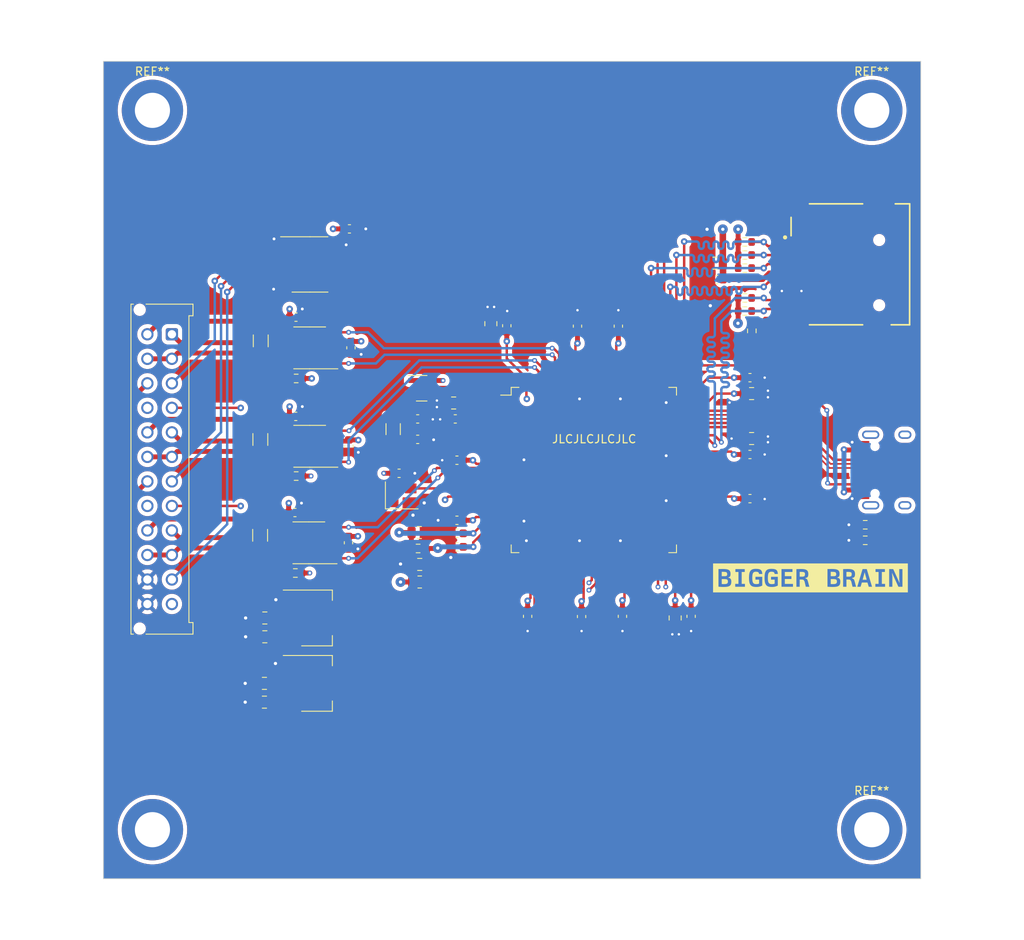
<source format=kicad_pcb>
(kicad_pcb (version 20221018) (generator pcbnew)
  (layers (0 "F.Cu" signal) (1 "In1.Cu" signal) (2 "In2.Cu" signal) (31 "B.Cu" signal) (34 "B.Paste" user) (35 "F.Paste" user) (36 "B.SilkS" user "B.Silkscreen") (37 "F.SilkS" user "F.Silkscreen") (38 "B.Mask" user) (39 "F.Mask" user) (44 "Edge.Cuts" user))
  (net 0 "")
  (net 1 "MCU-3.3V")
  (net 2 "GND")
  (net 3 "/LSE_OUT")
  (net 4 "+BATT")
  (net 5 "VDDA")
  (net 6 "VCAP1")
  (net 7 "VREF+")
  (net 8 "VCC")
  (net 9 "PP-5.0V")
  (net 10 "VBATT")
  (net 11 "V1")
  (net 12 "V2")
  (net 13 "/HMI/DET1_A")
  (net 14 "/HMI/DET1_B")
  (net 15 "V1_A")
  (net 16 "V2_A")
  (net 17 "/HMI/DET2_A")
  (net 18 "/HMI/DET2_B")
  (net 19 "/HMI/DET3_A")
  (net 20 "/HMI/DET3_B")
  (net 21 "VBUS")
  (net 22 "/HMI/CC1")
  (net 23 "/HMI/CC2")
  (net 24 "/SD1_CMD")
  (net 25 "/SD1_DAT0")
  (net 26 "/SD1_DAT1")
  (net 27 "/SD1_DAT2")
  (net 28 "/SD1_DAT3")
  (net 29 "/SDCard1/SD_DET")
  (net 30 "/SDCard1/_SD_DET")
  (net 31 "/CanTrx1/CAN_STB")
  (net 32 "/CanTrx2/CAN_STB")
  (net 33 "/CanTrx3/CAN_STB")
  (net 40 "/LSE_IN")
  (net 47 "/CAN3_RX")
  (net 48 "/CAN3_TX")
  (net 52 "/HSE_IN")
  (net 53 "/HSE_OUT")
  (net 54 "NRST")
  (net 63 "unconnected-(U101-PA4-Pad40)")
  (net 64 "unconnected-(U101-PA5-Pad41)")
  (net 65 "unconnected-(U101-PA6-Pad42)")
  (net 75 "unconnected-(U101-PF14-Pad54)")
  (net 76 "unconnected-(U101-PF15-Pad55)")
  (net 84 "unconnected-(U101-PE12-Pad65)")
  (net 88 "unconnected-(U101-PB10-Pad69)")
  (net 89 "unconnected-(U101-PB11-Pad70)")
  (net 91 "unconnected-(U101-PB13-Pad74)")
  (net 92 "unconnected-(U101-PB14-Pad75)")
  (net 93 "unconnected-(U101-PB15-Pad76)")
  (net 94 "unconnected-(U101-PD8-Pad77)")
  (net 95 "unconnected-(U101-PD9-Pad78)")
  (net 112 "unconnected-(U101-PA9-Pad101)")
  (net 113 "unconnected-(U101-PA10-Pad102)")
  (net 114 "USB_D-")
  (net 115 "USB_D+")
  (net 116 "/SWCLK")
  (net 117 "/SWDIO")
  (net 119 "/SD1_CLK")
  (net 120 "unconnected-(U101-PD0-Pad114)")
  (net 121 "unconnected-(U101-PD1-Pad115)")
  (net 130 "/CAN2_RX")
  (net 131 "/CAN2_TX")
  (net 133 "BOOT0")
  (net 134 "/CAN1_RX")
  (net 135 "/CAN1_TX")
  (net 139 "/CanTrx1/CAN_L")
  (net 140 "/CanTrx1/CAN_H")
  (net 141 "/CanTrx2/CAN_L")
  (net 142 "/CanTrx2/CAN_H")
  (net 143 "/CanTrx3/CAN_L")
  (net 144 "/CanTrx3/CAN_H")
  (net 146 "/HMI/CAN2_L-T")
  (net 147 "/HMI/CAN1_L-T")
  (net 148 "/HMI/CAN3_L-T")
  (net 163 "/HMI/PWM4")
  (net 164 "/HMI/PWM3")
  (net 165 "/HMI/PWM2")
  (net 166 "/HMI/PWM1")
  (net 168 "VCAP2")
  (footprint "Capacitor_SMD:C_0603_1608Metric" (layer "F.Cu") (at 101.9 117.9 -90)
    (fp_text reference "C203" hide)
    (fp_text value "100n")
  )
  (footprint "Capacitor_SMD:C_0805_2012Metric" (layer "F.Cu") (at 97.4 82.1 90)
    (fp_text reference "C212" hide)
    (fp_text value "4u7")
  )
  (footprint "Package_TO_SOT_SMD:SOT-223-3_TabPin2" (layer "F.Cu") (at 76.1 118.1)
    (fp_text reference "U203" hide)
    (fp_text value "AMS1117-3.3")
  )
  (footprint "Package_TO_SOT_SMD:SOT-223-3_TabPin2" (layer "F.Cu") (at 76.1 126.1)
    (fp_text reference "U201" hide)
    (fp_text value "AMS1117-3.3")
  )
  (footprint "MountingHole:MountingHole_4.3mm_M4_DIN965_Pad_TopBottom" (layer "F.Cu") (at 144 144)
    (fp_text reference "REF**")
    (fp_text value "MountingHole_4.3mm_M4_DIN965_Pad_TopBottom")
  )
  (footprint "Package_QFP:LQFP-144_20x20mm_P0.5mm" (layer "F.Cu") (at 110 100)
    (fp_text reference "U101" hide)
    (fp_text value "STM32H723ZGTx")
  )
  (footprint "Capacitor_SMD:C_0805_2012Metric" (layer "F.Cu") (at 69.75 120.400002 180)
    (fp_text reference "C227" hide)
    (fp_text value "2u2")
  )
  (footprint "Capacitor_SMD:C_0805_2012Metric" (layer "F.Cu") (at 92.85 91.8 180)
    (fp_text reference "C216" hide)
    (fp_text value "1u")
  )
  (footprint "Resistor_SMD:R_0603_1608Metric" (layer "F.Cu") (at 88.5 109.6 180)
    (fp_text reference "R201" hide)
    (fp_text value "47")
  )
  (footprint "Package_SO:SOIC-8_3.9x4.9mm_P1.27mm" (layer "F.Cu") (at 75.134523 108.9055 180)
    (fp_text reference "U701" hide)
    (fp_text value "TJA1042T-3")
  )
  (footprint "MountingHole:MountingHole_4.3mm_M4_DIN965_Pad_TopBottom" (layer "F.Cu") (at 56 56)
    (fp_text reference "REF**")
    (fp_text value "MountingHole_4.3mm_M4_DIN965_Pad_TopBottom")
  )
  (footprint "Capacitor_SMD:C_0603_1608Metric" (layer "F.Cu") (at 113 82.4 90)
    (fp_text reference "C209" hide)
    (fp_text value "100n")
  )
  (footprint "Capacitor_SMD:C_0805_2012Metric" (layer "F.Cu") (at 69.699999 128.4 180)
    (fp_text reference "C223" hide)
    (fp_text value "2u2")
  )
  (footprint "Capacitor_SMD:C_0603_1608Metric" (layer "F.Cu") (at 80.034523 97.0895 -90)
    (fp_text reference "C501" hide)
    (fp_text value "100n")
  )
  (footprint "Capacitor_SMD:C_0603_1608Metric" (layer "F.Cu") (at 121.9 117.9 -90)
    (fp_text reference "C206" hide)
    (fp_text value "100n")
  )
  (footprint "Capacitor_SMD:C_0805_2012Metric" (layer "F.Cu") (at 119.95 118.1 -90)
    (fp_text reference "C219" hide)
    (fp_text value "2u2")
  )
  (footprint "Resistor_SMD:R_0603_1608Metric" (layer "F.Cu") (at 73.584523 100.7395 180)
    (fp_text reference "R501" hide)
    (fp_text value "10k")
  )
  (footprint "Capacitor_SMD:C_0805_2012Metric" (layer "F.Cu") (at 129.3 96.15)
    (fp_text reference "C214" hide)
    (fp_text value "1u")
  )
  (footprint "Capacitor_SMD:C_0603_1608Metric" (layer "F.Cu") (at 80.284523 85.05 -90)
    (fp_text reference "C601" hide)
    (fp_text value "100n")
  )
  (footprint "Crystal:Crystal_SMD_3225-4Pin_3.2x2.5mm" (layer "F.Cu") (at 86.5 103.1)
    (fp_text reference "X101" hide)
    (fp_text value "25MHz ±10ppm")
  )
  (footprint "NVF-Kicad-Resources:Micro-Fit_2x12V-H" (layer "F.Cu") (at 56.881521 99.894924 -90)
    (fp_text reference "J402" hide)
    (fp_text value "Conn_02x12_Top_Bottom")
  )
  (footprint "Capacitor_SMD:C_0603_1608Metric" (layer "F.Cu") (at 86.175 100.4)
    (fp_text reference "C101" hide)
    (fp_text value "100n")
  )
  (footprint "Resistor_SMD:R_0603_1608Metric" (layer "F.Cu") (at 143.2 106.7 180)
    (fp_text reference "R401" hide)
    (fp_text value "5k1")
  )
  (footprint "Resistor_SMD:R_1206_3216Metric" (layer "F.Cu") (at 69.2 96.2645 -90)
    (fp_text reference "R404" hide)
    (fp_text value "120" hide)
  )
  (footprint "NVF-Kicad:USB_C_Receptacle_HRO_TYPE-C-31-M-12" (layer "F.Cu") (at 147 100 90)
    (fp_text reference "J401" hide)
    (fp_text value "USB_C_Receptacle_USB2.0" hide)
  )
  (footprint "Capacitor_SMD:C_0805_2012Metric" (layer "F.Cu") (at 124.828744 74.7 180)
    (fp_text reference "C302" hide)
    (fp_text value "1u")
  )
  (footprint "Crystal:Crystal_SMD_3215-2Pin_3.2x1.5mm" (layer "F.Cu") (at 85.45 95 -90)
    (fp_text reference "Y101" hide)
    (fp_text value "32.768kHz 12.5pF ±20ppm")
  )
  (footprint "Resistor_SMD:R_0805_2012Metric" (layer "F.Cu") (at 88.7 113.7)
    (fp_text reference "L201" hide)
    (fp_text value "100MHz")
  )
  (footprint "Capacitor_SMD:C_0603_1608Metric" (layer "F.Cu") (at 129.1 98.1)
    (fp_text reference "C213" hide)
    (fp_text value "100n")
  )
  (footprint "Capacitor_SMD:C_0805_2012Metric" (layer "F.Cu") (at 129.3 90.65)
    (fp_text reference "C220" hide)
    (fp_text value "2u2")
  )
  (footprint "Capacitor_SMD:C_0603_1608Metric" (layer "F.Cu") (at 73.434523 105.2)
    (fp_text reference "C702" hide)
    (fp_text value "100n")
  )
  (footprint "Capacitor_SMD:C_0603_1608Metric" (layer "F.Cu") (at 108.5 117.925 -90)
    (fp_text reference "C204" hide)
    (fp_text value "100n")
  )
  (footprint "Capacitor_SMD:C_0603_1608Metric" (layer "F.Cu") (at 80.1 70.5)
    (fp_text reference "C401" hide)
    (fp_text value "100n")
  )
  (footprint "Package_SO:SOIC-8_3.9x4.9mm_P1.27mm" (layer "F.Cu") (at 75.234523 97.095 180)
    (fp_text reference "U501" hide)
    (fp_text value "TJA1042T-3")
  )
  (footprint "Capacitor_SMD:C_0603_1608Metric" (layer "F.Cu") (at 73.534523 93.4395)
    (fp_text reference "C502" hide)
    (fp_text value "100n")
  )
  (footprint "Capacitor_SMD:C_0603_1608Metric" (layer "F.Cu") (at 93.05 93.75 180)
    (fp_text reference "C215" hide)
    (fp_text value "100n")
  )
  (footprint "Capacitor_SMD:C_0603_1608Metric" (layer "F.Cu") (at 129.1 103.5)
    (fp_text reference "C207" hide)
    (fp_text value "100n")
  )
  (footprint "Resistor_SMD:R_0603_1608Metric" (layer "F.Cu") (at 128.478745 73.7 180)
    (fp_text reference "R305" hide)
    (fp_text value "47k")
  )
  (footprint "MountingHole:MountingHole_4.3mm_M4_DIN965_Pad_TopBottom" (layer "F.Cu") (at 144 56)
    (fp_text reference "REF**")
    (fp_text value "MountingHole_4.3mm_M4_DIN965_Pad_TopBottom")
  )
  (footprint "Capacitor_SMD:C_0805_2012Metric" (layer "F.Cu") (at 69.75 118.1 180)
    (fp_text reference "C228" hide)
    (fp_text value "2u2")
  )
  (footprint "Package_SO:SOIC-8_3.9x4.9mm_P1.27mm" (layer "F.Cu") (at 75.234523 85.0555 180)
    (fp_text reference "U601" hide)
    (fp_text value "TJA1042T-3")
  )
  (footprint "Package_SO:TSSOP-20_4.4x6.5mm_P0.65mm" (layer "F.Cu") (at 75.275 74.85)
    (fp_text reference "U401" hide)
    (fp_text value "74HC245")
  )
  (footprint "Capacitor_SMD:C_0603_1608Metric" (layer "F.Cu") (at 125.028745 76.7 180)
    (fp_text reference "C301" hide)
    (fp_text value "100n")
  )
  (footprint "MountingHole:MountingHole_4.3mm_M4_DIN965_Pad_TopBottom" (layer "F.Cu") (at 56 144)
    (fp_text reference "REF**" hide)
    (fp_text value "MountingHole_4.3mm_M4_DIN965_Pad_TopBottom")
  )
  (footprint "Capacitor_SMD:C_0603_1608Metric" (layer "F.Cu") (at 108 82.4 90)
    (fp_text reference "C210" hide)
    (fp_text value "100n")
  )
  (footprint "Resistor_SMD:R_1206_3216Metric" (layer "F.Cu") (at 69.175 107.9875 -90)
    (fp_text reference "R405" hide)
    (fp_text value "120" hide)
  )
  (footprint "Capacitor_SMD:C_0603_1608Metric" (layer "F.Cu") (at 93.25 109.4 180)
    (fp_text reference "C217" hide)
    (fp_text value "100n")
  )
  (footprint "Capacitor_SMD:C_0603_1608Metric" (layer "F.Cu") (at 73.559523 81.3)
    (fp_text reference "C602" hide)
    (fp_text value "100n")
  )
  (footprint "Package_TO_SOT_SMD:SOT-23" (layer "F.Cu") (at 88.9375 90)
    (fp_text reference "D201" hide)
    (fp_text value "BAV70")
  )
  (footprint "NVF-Kicad:TF-01A" (layer "F.Cu") (at 141.378745 74.8362 90)
    (fp_text reference "J301" hide)
    (fp_text value "Micro_SD_Card_Det1")
  )
  (footprint "Capacitor_SMD:C_0603_1608Metric" (layer "F.Cu") (at 93.25 106.15 180)
    (fp_text reference "C202" hide)
    (fp_text value "100n")
  )
  (footprint "Capacitor_SMD:C_0805_2012Metric" (layer "F.Cu") (at 88.65 107.65)
    (fp_text reference "C222" hide)
    (fp_text value "1u")
  )
  (footprint "Resistor_SMD:R_0603_1608Metric" (layer "F.Cu") (at 143.2 108.6 180)
    (fp_text reference "R402" hide)
    (fp_text value "5k1")
  )
  (footprint "Capacitor_SMD:C_0603_1608Metric" (layer "F.Cu") (at 129.1 88.7)
    (fp_text reference "C208" hide)
    (fp_text value "100n")
  )
  (footprint "Resistor_SMD:R_0603_1608Metric" (layer "F.Cu") (at 128.478745 75.3 180)
    (fp_text reference "R301" hide)
    (fp_text value "47k")
  )
  (footprint "Capacitor_SMD:C_0805_2012Metric" (layer "F.Cu") (at 69.7 126.1 180)
    (fp_text reference "C224" hide)
    (fp_text value "2u2")
  )
  (footprint "Resistor_SMD:R_0603_1608Metric" (layer "F.Cu") (at 128.478745 80.55 180)
    (fp_text reference "R303" hide)
    (fp_text value "47k")
  )
  (footprint "Resistor_SMD:R_0603_1608Metric" (layer "F.Cu") (at 128.478745 78.95 180)
    (fp_text reference "R302" hide)
    (fp_text value "47k")
  )
  (footprint "Resistor_SMD:R_0603_1608Metric" (layer "F.Cu") (at 128.478745 72.1 180)
    (fp_text reference "R304" hide)
    (fp_text value "47k")
  )
  (footprint "Capacitor_SMD:C_0603_1608Metric" (layer "F.Cu") (at 88.45 93.75)
    (fp_text reference "C104" hide)
    (fp_text value "15p")
  )
  (footprint "Capacitor_SMD:C_0603_1608Metric" (layer "F.Cu") (at 113.5 117.9 -90)
    (fp_text reference "C205" hide)
    (fp_text value "100n")
  )
  (footprint "Capacitor_SMD:C_0805_2012Metric" (layer "F.Cu") (at 88.7 111.55 180)
    (fp_text reference "C218" hide)
    (fp_text value "1u")
  )
  (footprint "Resistor_SMD:R_1206_3216Metric" (layer "F.Cu") (at 69.25 84.2 -90)
    (fp_text reference "R403" hide)
    (fp_text value "120" hide)
  )
  (footprint "Resistor_SMD:R_0603_1608Metric" (layer "F.Cu") (at 129.328745 82.975 90)
    (fp_text reference "R306" hide)
    (fp_text value "10k")
  )
  (footprint "Capacitor_SMD:C_0603_1608Metric" (layer "F.Cu") (at 79.984523 108.9 -90)
    (fp_text reference "C701" hide)
    (fp_text value "100n")
  )
  (footprint "kibuzzard-65AE28D0" (layer "F.Cu") (at 136.5 113.2)
    (fp_text reference "kibuzzard-65AE28D0" hide)
    (fp_text value "G***" hide)
  )
  (footprint "Capacitor_SMD:C_0603_1608Metric" (layer "F.Cu") (at 93.25 107.75 180)
    (fp_text reference "C221" hide)
    (fp_text value "100n")
  )
  (footprint "Resistor_SMD:R_0603_1608Metric" (layer "F.Cu") (at 73.484523 112.6 180)
    (fp_text reference "R701" hide)
    (fp_text value "10k")
  )
  (footprint "Resistor_SMD:R_0603_1608Metric" (layer "F.Cu") (at 73.584523 88.8 180)
    (fp_text reference "R601" hide)
    (fp_text value "10k")
  )
  (footprint "Capacitor_SMD:C_0603_1608Metric" (layer "F.Cu") (at 93.25 98.8 180)
    (fp_text reference "C201" hide)
    (fp_text value "100n")
  )
  (footprint "Capacitor_SMD:C_0603_1608Metric" (layer "F.Cu") (at 88.45 96.25)
    (fp_text reference "C103" hide)
    (fp_text value "15p")
  )
  (footprint "Capacitor_SMD:C_0603_1608Metric" (layer "F.Cu") (at 99.35 82.35 90)
    (fp_text reference "C211" hide)
    (fp_text value "100n")
  )
  (gr_rect (start 50 50) (end 150 150) (stroke (width 0.1)) (fill none) (layer "Edge.Cuts"))
  (gr_text "JLCJLCJLCJLC" (at 104.8 96.8) (layer "F.SilkS") (effects (font (size 1 1)) (justify left bottom)))
  (segment (start 97.4 83.05) (end 99.275 83.05) (width 0.6) (layer "F.Cu") (net 1))
  (segment (start 127.653745 70.55) (end 127.653745 72.1) (width 0.6) (layer "F.Cu") (net 1))
  (segment (start 124 88.7) (end 127.15 88.7) (width 0.3) (layer "F.Cu") (net 1))
  (segment (start 126.8 97.75) (end 127.15 98.1) (width 0.3) (layer "F.Cu") (net 1))
  (segment (start 72.759523 93.4395) (end 72.759523 92.2645) (width 0.6) (layer "F.Cu") (net 1))
  (segment (start 101.25 88.25) (end 99.35 86.35) (width 0.3) (layer "F.Cu") (net 1))
  (segment (start 108.575 116.05) (end 108.5 116.05) (width 0.3) (layer "F.Cu") (net 1))
  (segment (start 72.759523 92.2645) (end 72.784523 92.2395) (width 0.6) (layer "F.Cu") (net 1))
  (segment (start 127.653745 80.55) (end 127.653745 82.025) (width 0.6) (layer "F.Cu") (net 1))
  (segment (start 131.445138 75.9064) (end 130.651538 76.7) (width 0.6) (layer "F.Cu") (net 1))
  (segment (start 128.325 98.1) (end 128.325 96.175) (width 0.6) (layer "F.Cu") (net 1))
  (segment (start 127.653745 72.1) (end 127.653745 75.3) (width 0.6) (layer "F.Cu") (net 1))
  (segment (start 72.759523 83.1505) (end 72.759523 81.325) (width 0.6) (layer "F.Cu") (net 1))
  (segment (start 99.35 86.35) (end 99.35 84.25) (width 0.3) (layer "F.Cu") (net 1))
  (segment (start 127.175 103.5) (end 128.325 103.5) (width 0.6) (layer "F.Cu") (net 1))
  (segment (start 125.778744 74.7) (end 125.778744 70.55) (width 0.8) (layer "F.Cu") (net 1))
  (segment (start 128.325 88.7) (end 127.15 88.7) (width 0.6) (layer "F.Cu") (net 1))
  (segment (start 95.2 106.15) (end 94.025 106.15) (width 0.6) (layer "F.Cu") (net 1))
  (segment (start 95.2 106.15) (end 95.6 105.75) (width 0.3) (layer "F.Cu") (net 1))
  (segment (start 113.5 115.95) (end 113.5 117.125) (width 0.6) (layer "F.Cu") (net 1))
  (segment (start 108.75 110.6625) (end 108.75 115.8) (width 0.3) (layer "F.Cu") (net 1))
  (segment (start 72.659523 107.0005) (end 72.659523 105.2) (width 0.6) (layer "F.Cu") (net 1))
  (segment (start 91.55 89.05) (end 88 89.05) (width 0.6) (layer "F.Cu") (net 1))
  (segment (start 72.759523 81.325) (end 72.784523 81.3) (width 0.6) (layer "F.Cu") (net 1))
  (segment (start 113.75 115.7) (end 113.75 110.6625) (width 0.3) (layer "F.Cu") (net 1))
  (segment (start 118.75 110.6625) (end 118.75 111.45) (width 0.3) (layer "F.Cu") (net 1))
  (segment (start 74.309523 112.6) (end 75.25 112.6) (width 0.6) (layer "F.Cu") (net 1))
  (segment (start 99.3375 99.25) (end 95.65 99.25) (width 0.3) (layer "F.Cu") (net 1))
  (segment (start 87.7875 113.7) (end 86.35 113.7) (width 0.6) (layer "F.Cu") (net 1))
  (segment (start 85.4 100.4) (end 84.3 100.4) (width 0.6) (layer "F.Cu") (net 1))
  (segment (start 121.45 91.25) (end 124 88.7) (width 0.3) (layer "F.Cu") (net 1))
  (segment (start 72.659523 105.2) (end 72.659523 104.075) (width 0.6) (layer "F.Cu") (net 1))
  (segment (start 95.6 105.75) (end 99.3375 105.75) (width 0.3) (layer "F.Cu") (net 1))
  (segment (start 101.75 91.25) (end 101.8 91.3) (width 0.3) (layer "F.Cu") (net 1))
  (segment (start 121.9 117.125) (end 121.9 115.95) (width 0.6) (layer "F.Cu") (net 1))
  (segment (start 72.759523 95.19) (end 72.759523 93.4395) (width 0.6) (layer "F.Cu") (net 1))
  (segment (start 72.784523 81.3) (end 72.784523 80.3) (width 0.6) (layer "F.Cu") (net 1))
  (segment (start 101.75 89.3375) (end 101.75 91.25) (width 0.3) (layer "F.Cu") (net 1))
  (segment (start 101.25 89.3375) (end 101.25 88.25) (width 0.3) (layer "F.Cu") (net 1))
  (segment (start 121.9 114.6) (end 121.9 115.95) (width 0.3) (layer "F.Cu") (net 1))
  (segment (start 125.803745 74.725001) (end 125.778744 74.7) (width 0.8) (layer "F.Cu") (net 1))
  (segment (start 134.204945 75.9064) (end 131.445138 75.9064) (width 0.6) (layer "F.Cu") (net 1))
  (segment (start 127.653745 80.55) (end 127.653745 78.95) (width 0.6) (layer "F.Cu") (net 1))
  (segment (start 94.025 98.8) (end 95.2 98.8) (width 0.6) (layer "F.Cu") (net 1))
  (segment (start 113 83.175) (end 113 84.5) (width 0.6) (layer "F.Cu") (net 1))
  (segment (start 101.9 117.125) (end 101.9 116) (width 0.6) (layer "F.Cu") (net 1))
  (segment (start 85.4 100.4) (end 85.4 102.25) (width 0.6) (layer "F.Cu") (net 1))
  (segment (start 108.75 115.8) (end 108.5 116.05) (width 0.3) (layer "F.Cu") (net 1))
  (segment (start 118.75 111.45) (end 121.9 114.6) (width 0.3) (layer "F.Cu") (net 1))
  (segment (start 108.5 117.15) (end 108.5 116.05) (width 0.6) (layer "F.Cu") (net 1))
  (segment (start 95.65 99.25) (end 95.2 98.8) (width 0.3) (layer "F.Cu") (net 1))
  (segment (start 75.4 100.7395) (end 74.409523 100.7395) (width 0.6) (layer "F.Cu") (net 1))
  (segment (start 107.75 84.75) (end 107.75 89.3375) (width 0.3) (layer "F.Cu") (net 1))
  (segment (start 130.651538 76.7) (end 125.803745 76.7) (width 0.6) (layer "F.Cu") (net 1))
  (segment (start 108 83.175) (end 108 84.5) (width 0.6) (layer "F.Cu") (net 1))
  (segment (start 108 84.5) (end 107.75 84.75) (width 0.3) (layer "F.Cu") (net 1))
  (segment (start 113.5 115.95) (end 113.75 115.7) (width 0.3) (layer "F.Cu") (net 1))
  (segment (start 101.9 116) (end 102.25 115.65) (width 0.3) (layer "F.Cu") (net 1))
  (segment (start 102.25 115.65) (end 102.25 110.6625) (width 0.3) (layer "F.Cu") (net 1))
  (segment (start 125.803745 76.7) (end 125.803745 74.725001) (width 0.8) (layer "F.Cu") (net 1))
  (segment (start 112.75 84.75) (end 112.75 89.3375) (width 0.3) (layer "F.Cu") (net 1))
  (segment (start 120.6625 91.25) (end 121.45 91.25) (width 0.3) (layer "F.Cu") (net 1))
  (segment (start 126.925 103.25) (end 120.6625 103.25) (width 0.3) (layer "F.Cu") (net 1))
  (segment (start 128.325 98.1) (end 127.15 98.1) (width 0.6) (layer "F.Cu") (net 1))
  (segment (start 99.35 83.125) (end 99.35 84.25) (width 0.6) (layer "F.Cu") (net 1))
  (segment (start 120.6625 97.75) (end 126.8 97.75) (width 0.3) (layer "F.Cu") (net 1))
  (segment (start 127.175 103.5) (end 126.925 103.25) (width 0.3) (layer "F.Cu") (net 1))
  (segment (start 127.653745 82.025) (end 127.628745 82.05) (width 0.6) (layer "F.Cu") (net 1))
  (segment (start 74.409523 88.8) (end 75.484523 88.8) (width 0.6) (layer "F.Cu") (net 1))
  (segment (start 113 84.5) (end 112.75 84.75) (width 0.3) (layer "F.Cu") (net 1))
  (via (at 121.9 115.95) (size 0.8) (drill 0.35) (layers "F.Cu" "B.Cu") (net 1))
  (via (at 127.653745 70.55) (size 1.2) (drill 0.4) (layers "F.Cu" "B.Cu") (net 1))
  (via (at 113.5 115.95) (size 0.8) (drill 0.35) (layers "F.Cu" "B.Cu") (net 1))
  (via (at 127.15 88.7) (size 0.8) (drill 0.35) (layers "F.Cu" "B.Cu") (net 1))
  (via (at 91.55 89.05) (size 0.6) (drill 0.3) (layers "F.Cu" "B.Cu") (net 1))
  (via (at 84.3 100.4) (size 0.6) (drill 0.3) (layers "F.Cu" "B.Cu") (net 1))
  (via (at 125.778744 70.55) (size 1.2) (drill 0.4) (layers "F.Cu" "B.Cu") (net 1))
  (via (at 127.628745 82.05) (size 1.2) (drill 0.4) (layers "F.Cu" "B.Cu") (net 1))
  (via (at 108.5 116.05) (size 0.8) (drill 0.35) (layers "F.Cu" "B.Cu") (net 1))
  (via (at 108 84.5) (size 0.8) (drill 0.35) (layers "F.Cu" "B.Cu") (net 1))
  (via (at 75.4 100.7395) (size 0.6) (drill 0.3) (layers "F.Cu" "B.Cu") (net 1))
  (via (at 86.35 113.7) (size 1.2) (drill 0.4) (layers "F.Cu" "B.Cu") (net 1))
  (via (at 99.35 84.25) (size 0.8) (drill 0.35) (layers "F.Cu" "B.Cu") (net 1))
  (via (at 72.684523 104.05) (size 0.8) (drill 0.35) (layers "F.Cu" "B.Cu") (net 1))
  (via (at 127.175 103.5) (size 0.8) (drill 0.35) (layers "F.Cu" "B.Cu") (net 1))
  (via (at 101.8 91.3) (size 0.8) (drill 0.35) (layers "F.Cu" "B.Cu") (net 1))
  (via (at 72.784523 92.2395) (size 0.8) (drill 0.35) (layers "F.Cu" "B.Cu") (net 1))
  (via (at 127.15 98.1) (size 0.8) (drill 0.35) (layers "F.Cu" "B.Cu") (net 1))
  (via (at 72.784523 80.3) (size 0.8) (drill 0.35) (layers "F.Cu" "B.Cu") (net 1))
  (via (at 101.9 116) (size 0.8) (drill 0.35) (layers "F.Cu" "B.Cu") (net 1))
  (via (at 75.25 112.6) (size 0.6) (drill 0.3) (layers "F.Cu" "B.Cu") (net 1))
  (via (at 95.2 106.15) (size 0.8) (drill 0.35) (layers "F.Cu" "B.Cu") (net 1))
  (via (at 113 84.5) (size 0.8) (drill 0.35) (layers "F.Cu" "B.Cu") (net 1))
  (via (at 75.484523 88.8) (size 0.8) (drill 0.35) (layers "F.Cu" "B.Cu") (net 1))
  (via (at 95.2 98.8) (size 0.8) (drill 0.35) (layers "F.Cu" "B.Cu") (net 1))
  (segment (start 142.375 108.6) (end 141.2 108.6) (width 0.6) (layer "F.Cu") (net 2))
  (segment (start 74.309523 92.2645) (end 74.334523 92.2395) (width 0.6) (layer "F.Cu") (net 2))
  (segment (start 70.925 77.775) (end 70.825 77.875) (width 0.3) (layer "F.Cu") (net 2))
  (segment (start 78.1375 72.575) (end 79.575 72.575) (width 0.3) (layer "F.Cu") (net 2))
  (segment (start 81.109523 109.675) (end 81.134523 109.65) (width 0.6) (layer "F.Cu") (net 2))
  (segment (start 113.25 110.6625) (end 113.25 108.65) (width 0.3) (layer "F.Cu") (net 2))
  (segment (start 120.6625 91.75) (end 118.85 91.75) (width 0.3) (layer "F.Cu") (net 2))
  (segment (start 72.4125 71.925) (end 71.075 71.925) (width 0.3) (layer "F.Cu") (net 2))
  (segment (start 79.900023 97.73) (end 80.034523 97.8645) (width 0.6) (layer "F.Cu") (net 2))
  (segment (start 80.875 70.5) (end 82.1 70.5) (width 0.6) (layer "F.Cu") (net 2))
  (segment (start 124.253745 76.7) (end 124.253745 79.896255) (width 0.6) (layer "F.Cu") (net 2))
  (segment (start 124.253745 75.075001) (end 123.878744 74.7) (width 0.6) (layer "F.Cu") (net 2))
  (segment (start 79.575 72.575) (end 79.7 72.45) (width 0.3) (layer "F.Cu") (net 2))
  (segment (start 79.984523 109.675) (end 81.109523 109.675) (width 0.6) (layer "F.Cu") (net 2))
  (segment (start 120.6625 103.75) (end 118.85 103.75) (width 0.3) (layer "F.Cu") (net 2))
  (segment (start 101.75 110.6625) (end 101.75 108.65) (width 0.3) (layer "F.Cu") (net 2))
  (segment (start 108.25 89.3375) (end 108.25 91.3) (width 0.3) (layer "F.Cu") (net 2))
  (segment (start 74.209523 104.075) (end 74.234523 104.05) (width 0.6) (layer "F.Cu") (net 2))
  (segment (start 99.3375 98.75) (end 101.45 98.75) (width 0.3) (layer "F.Cu") (net 2))
  (segment (start 92.475 106.15) (end 92.475 110.675) (width 0.6) (layer "F.Cu") (net 2))
  (segment (start 80.284523 85.825) (end 81.509523 85.825) (width 0.6) (layer "F.Cu") (net 2))
  (segment (start 124.253745 76.7) (end 124.253745 75.075001) (width 0.6) (layer "F.Cu") (net 2))
  (segment (start 77.709523 85.6905) (end 80.150023 85.6905) (width 0.6) (layer "F.Cu") (net 2))
  (segment (start 142.375 106.7) (end 141.2 106.7) (width 0.6) (layer "F.Cu") (net 2))
  (segment (start 113.25 89.3375) (end 113.25 91.3) (width 0.3) (layer "F.Cu") (net 2))
  (segment (start 80.034523 97.8645) (end 81.159523 97.8645) (width 0.6) (layer "F.Cu") (net 2))
  (segment (start 108.25 110.6625) (end 108.25 108.65) (width 0.3) (layer "F.Cu") (net 2))
  (segment (start 74.334523 81.3) (end 74.334523 80.3) (width 0.6) (layer "F.Cu") (net 2))
  (segment (start 72.4125 77.775) (end 70.925 77.775) (width 0.3) (layer "F.Cu") (net 2))
  (segment (start 86.4 111.55) (end 86.35 111.5) (width 0.6) (layer "F.Cu") (net 2))
  (segment (start 80.150023 85.6905) (end 80.284523 85.825) (width 0.6) (layer "F.Cu") (net 2))
  (segment (start 74.309523 93.4395) (end 74.309523 92.2645) (width 0.6) (layer "F.Cu") (net 2))
  (segment (start 99.3375 106.25) (end 101.45 106.25) (width 0.3) (layer "F.Cu") (net 2))
  (segment (start 123.878744 70.578744) (end 123.85 70.55) (width 0.6) (layer "F.Cu") (net 2))
  (segment (start 92.475 110.675) (end 92.5 110.7) (width 0.6) (layer "F.Cu") (net 2))
  (segment (start 123.878744 74.7) (end 123.878744 70.578744) (width 0.6) (layer "F.Cu") (net 2))
  (segment (start 77.709523 97.73) (end 79.900023 97.73) (width 0.6) (layer "F.Cu") (net 2))
  (segment (start 81.509523 85.825) (end 81.534523 85.85) (width 0.6) (layer "F.Cu") (net 2))
  (segment (start 71.075 71.925) (end 70.875 71.725) (width 0.3) (layer "F.Cu") (net 2))
  (segment (start 120.6625 98.25) (end 118.85 98.25) (width 0.3) (layer "F.Cu") (net 2))
  (segment (start 74.209523 105.2) (end 74.209523 104.075) (width 0.6) (layer "F.Cu") (net 2))
  (segment (start 81.159523 97.8645) (end 81.184523 97.8395) (width 0.6) (layer "F.Cu") (net 2))
  (segment (start 79.850023 109.5405) (end 79.984523 109.675) (width 0.6) (layer "F.Cu") (net 2))
  (segment (start 124.253745 79.896255) (end 124.25 79.9) (width 0.6) (layer "F.Cu") (net 2))
  (segment (start 87.75 111.55) (end 86.4 111.55) (width 0.6) (layer "F.Cu") (net 2))
  (segment (start 77.609523 109.5405) (end 79.850023 109.5405) (width 0.6) (layer "F.Cu") (net 2))
  (via (at 118.85 103.75) (size 0.8) (drill 0.35) (layers "F.Cu" "B.Cu") (net 2))
  (via (at 121.9 119.7) (size 0.6) (drill 0.3) (layers "F.Cu" "B.Cu") (net 2))
  (via (at 91.45 98.8) (size 0.6) (drill 0.3) (layers "F.Cu" "B.Cu") (net 2))
  (via (at 126.85 96.15) (size 0.6) (drill 0.3) (layers "F.Cu" "B.Cu") (net 2))
  (via (at 141.6 103.5) (size 0.8) (drill 0.35) (layers "F.Cu" "B.Cu") (net 2))
  (via (at 97.8 80.05) (size 0.6) (drill 0.3) (layers "F.Cu" "B.Cu") (net 2))
  (via (at 123.85 70.55) (size 1.2) (drill 0.4) (layers "F.Cu" "B.Cu") (net 2))
  (via (at 135.4 78.1) (size 0.6) (drill 0.3) (layers "F.Cu" "B.Cu") (net 2))
  (via (at 71.1 115.867819) (size 1.2) (drill 0.4) (layers "F.Cu" "B.Cu") (net 2))
  (via (at 67.349999 126.1) (size 1.2) (drill 0.4) (layers "F.Cu" "B.Cu") (net 2))
  (via (at 82.1 70.5) (size 0.8) (drill 0.35) (layers "F.Cu" "B.Cu") (net 2))
  (via (at 89.25 104.025) (size 1.2) (drill 0.4) (layers "F.Cu" "B.Cu") (net 2))
  (via (at 113 80.45) (size 0.6) (drill 0.3) (layers "F.Cu" "B.Cu") (net 2))
  (via (at 141.2 108.6) (size 0.8) (drill 0.35) (layers "F.Cu" "B.Cu") (net 2))
  (via (at 113.25 108.65) (size 0.8) (drill 0.35) (layers "F.Cu" "B.Cu") (net 2))
  (via (at 81.184523 97.8395) (size 0.8) (drill 0.35) (layers "F.Cu" "B.Cu") (net 2))
  (via (at 130.9 103.55) (size 0.6) (drill 0.3) (layers "F.Cu" "B.Cu") (net 2))
  (via (at 120.4 120.1) (size 0.6) (drill 0.3) (layers "F.Cu" "B.Cu") (net 2))
  (via (at 113.5 119.7) (size 0.6) (drill 0.3) (layers "F.Cu" "B.Cu") (net 2))
  (via (at 74.334523 92.2395) (size 0.8) (drill 0.35) (layers "F.Cu" "B.Cu") (net 2))
  (via (at 131.3 96.6) (size 0.6) (drill 0.3) (layers "F.Cu" "B.Cu") (net 2))
  (via (at 74.234523 104.05) (size 0.8) (drill 0.35) (layers "F.Cu" "B.Cu") (net 2))
  (via (at 130.9 98.1) (size 0.6) (drill 0.3) (layers "F.Cu" "B.Cu") (net 2))
  (via (at 101.75 108.65) (size 0.8) (drill 0.35) (layers "F.Cu" "B.Cu") (net 2))
  (via (at 108.25 108.65) (size 0.8) (drill 0.35) (layers "F.Cu" "B.Cu") (net 2))
  (via (at 90.8 92.3) (size 0.6) (drill 0.3) (layers "F.Cu" "B.Cu") (net 2))
  (via (at 101.45 106.25) (size 0.8) (drill 0.35) (layers "F.Cu" "B.Cu") (net 2))
  (via (at 118.85 91.75) (size 0.8) (drill 0.35) (layers "F.Cu" "B.Cu") (net 2))
  (via (at 101.45 98.75) (size 0.8) (drill 0.35) (layers "F.Cu" "B.Cu") (net 2))
  (via (at 113.25 91.3) (size 0.8) (drill 0.35) (layers "F.Cu" "B.Cu") (net 2))
  (via (at 67.349999 128.4) (size 1.2) (drill 0.4) (layers "F.Cu" "B.Cu") (net 2))
  (via (at 99.4 80.55) (size 0.6) (drill 0.3) (layers "F.Cu" "B.Cu") (net 2))
  (via (at 141.2 106.7) (size 0.8) (drill 0.35) (layers "F.Cu" "B.Cu") (net 2))
  (via (at 91.2 93.8) (size 0.6) (drill 0.3) (layers "F.Cu" "B.Cu") (net 2))
  (via (at 70.825 77.875) (size 0.8) (drill 0.35) (layers "F.Cu" "B.Cu") (net 2))
  (via (at 133 78.1) (size 0.6) (drill 0.3) (layers "F.Cu" "B.Cu") (net 2))
  (via (at 126.6 91.75) (size 0.6) (drill 0.3) (layers "F.Cu" "B.Cu") (net 2))
  (via (at 101.9 119.7) (size 0.6) (drill 0.3) (layers "F.Cu" "B.Cu") (net 2))
  (via (at 130.9 88.7) (size 0.6) (drill 0.3) (layers "F.Cu" "B.Cu") (net 2))
  (via (at 67.4 120.400002) (size 1.2) (drill 0.4) (layers "F.Cu" "B.Cu") (net 2))
  (via (at 90.3 93.8) (size 0.6) (drill 0.3) (layers "F.Cu" "B.Cu") (net 2))
  (via (at 86.35 111.5) (size 1.2) (drill 0.4) (layers "F.Cu" "B.Cu") (net 2))
  (via (at 74.334523 80.3) (size 0.8) (drill 0.35) (layers "F.Cu" "B.Cu") (net 2))
  (via (at 87.875 105.525) (size 1.2) (drill 0.4) (layers "F.Cu" "B.Cu") (net 2))
  (via (at 108.25 91.3) (size 0.8) (drill 0.35) (layers "F.Cu" "B.Cu") (net 2))
  (via (at 90.95 106.15) (size 0.8) (drill 0.35) (layers "F.Cu" "B.Cu") (net 2))
  (via (at 131.3 90.3) (size 0.6) (drill 0.3) (layers "F.Cu" "B.Cu") (net 2))
  (via (at 119.6 120.1) (size 0.6) (drill 0.3) (layers "F.Cu" "B.Cu") (net 2))
  (via (at 97 80.05) (size 0.6) (drill 0.3) (layers "F.Cu" "B.Cu") (net 2))
  (via (at 81.134523 109.65) (size 0.8) (drill 0.35) (layers "F.Cu" "B.Cu") (net 2))
  (via (at 108 80.45) (size 0.6) (drill 0.3) (layers "F.Cu" "B.Cu") (net 2))
  (via (at 71.049999 123.667819) (size 1.2) (drill 0.4) (layers "F.Cu" "B.Cu") (net 2))
  (via (at 70.875 71.725) (size 0.8) (drill 0.35) (layers "F.Cu" "B.Cu") (net 2))
  (via (at 67.4 118.1) (size 1.2) (drill 0.4) (layers "F.Cu" "B.Cu") (net 2))
  (via (at 81.534523 85.85) (size 0.8) (drill 0.35) (layers "F.Cu" "B.Cu") (net 2))
  (via (at 124.25 79.9) (size 1.2) (drill 0.4) (layers "F.Cu" "B.Cu") (net 2))
  (via (at 131.3 95.9) (size 0.6) (drill 0.3) (layers "F.Cu" "B.Cu") (net 2))
  (via (at 118.85 98.25) (size 0.8) (drill 0.35) (layers "F.Cu" "B.Cu") (net 2))
  (via (at 131.3 91.1) (size 0.6) (drill 0.3) (layers "F.Cu" "B.Cu") (net 2))
  (via (at 90.8 91.5) (size 0.6) (drill 0.3) (layers "F.Cu" "B.Cu") (net 2))
  (via (at 90.4 96.3) (size 0.8) (drill 0.35) (layers "F.Cu" "B.Cu") (net 2))
  (via (at 108.5 119.7) (size 0.6) (drill 0.3) (layers "F.Cu" "B.Cu") (net 2))
  (via (at 79.7 72.45) (size 0.8) (drill 0.35) (layers "F.Cu" "B.Cu") (net 2))
  (via (at 92.5 110.7) (size 1.2) (drill 0.4) (layers "F.Cu" "B.Cu") (net 2))
  (via (at 141.6 96.6) (size 0.8) (drill 0.35) (layers "F.Cu" "B.Cu") (net 2))
  (via (at 88.1 100.4) (size 0.8) (drill 0.35) (layers "F.Cu" "B.Cu") (net 2))
  (segment (start 88.675 95.25) (end 99.3375 95.25) (width 0.3) (layer "F.Cu") (net 3))
  (segment (start 87.675 96.25) (end 88.675 95.25) (width 0.3) (layer "F.Cu") (net 3))
  (segment (start 85.45 96.25) (end 87.675 96.25) (width 0.8) (layer "F.Cu") (net 3))
  (segment (start 92.8 90) (end 93.8 91) (width 0.6) (layer "F.Cu") (net 4))
  (segment (start 99.3375 93.75) (end 93.825 93.75) (width 0.3) (layer "F.Cu") (net 4))
  (segment (start 93.8 91.8) (end 93.8 93.725) (width 0.6) (layer "F.Cu") (net 4))
  (segment (start 93.8 91) (end 93.8 91.8) (width 0.6) (layer "F.Cu") (net 4))
  (segment (start 89.875 90) (end 92.8 90) (width 0.6) (layer "F.Cu") (net 4))
  (segment (start 89.65 109.925) (end 89.325 109.6) (width 0.6) (layer "F.Cu") (net 5))
  (segment (start 99.3375 107.25) (end 96.85 107.25) (width 0.3) (layer "F.Cu") (net 5))
  (segment (start 90.85 109.6) (end 90.9 109.55) (width 0.6) (layer "F.Cu") (net 5))
  (segment (start 96.85 107.25) (end 95.25 108.85) (width 0.3) (layer "F.Cu") (net 5))
  (segment (start 95.25 108.85) (end 95.25 109.4) (width 0.3) (layer "F.Cu") (net 5))
  (segment (start 94.025 109.4) (end 95.25 109.4) (width 0.6) (layer "F.Cu") (net 5))
  (segment (start 89.65 111.55) (end 89.65 109.925) (width 0.6) (layer "F.Cu") (net 5))
  (segment (start 89.325 109.6) (end 90.85 109.6) (width 0.6) (layer "F.Cu") (net 5))
  (segment (start 89.6125 113.7) (end 89.6125 111.5875) (width 0.6) (layer "F.Cu") (net 5))
  (via (at 90.9 109.55) (size 1.2) (drill 0.4) (layers "F.Cu" "B.Cu") (net 5))
  (via (at 95.25 109.4) (size 0.8) (drill 0.35) (layers "F.Cu" "B.Cu") (net 5))
  (segment (start 90.9 109.55) (end 91.05 109.4) (width 0.6) (layer "B.Cu") (net 5))
  (segment (start 91.05 109.4) (end 95.25 109.4) (width 0.6) (layer "B.Cu") (net 5))
  (segment (start 118.25 110.6625) (end 118.25 111.8) (width 0.3) (layer "F.Cu") (net 6))
  (segment (start 119.95 113.5) (end 119.95 115.95) (width 0.3) (layer "F.Cu") (net 6))
  (segment (start 118.25 111.8) (end 119.95 113.5) (width 0.3) (layer "F.Cu") (net 6))
  (segment (start 119.95 117.15) (end 119.95 115.95) (width 0.6) (layer "F.Cu") (net 6))
  (via (at 119.95 115.95) (size 0.8) (drill 0.35) (layers "F.Cu" "B.Cu") (net 6))
  (segment (start 96.25 106.75) (end 95.25 107.75) (width 0.3) (layer "F.Cu") (net 7))
  (segment (start 87.7 107.65) (end 86.2 107.65) (width 0.6) (layer "F.Cu") (net 7))
  (segment (start 99.3375 106.75) (end 96.25 106.75) (width 0.3) (layer "F.Cu") (net 7))
  (segment (start 94.025 107.75) (end 95.25 107.75) (width 0.6) (layer "F.Cu") (net 7))
  (segment (start 87.675 109.6) (end 87.675 107.675) (width 0.6) (layer "F.Cu") (net 7))
  (via (at 95.25 107.75) (size 0.8) (drill 0.35) (layers "F.Cu" "B.Cu") (net 7))
  (via (at 86.2 107.65) (size 1.2) (drill 0.4) (layers "F.Cu" "B.Cu") (net 7))
  (segment (start 86.2 107.65) (end 86.3 107.75) (width 0.6) (layer "B.Cu") (net 7))
  (segment (start 86.3 107.75) (end 95.25 107.75) (width 0.6) (layer "B.Cu") (net 7))
  (segment (start 80.284523 84.275) (end 81.509523 84.275) (width 0.6) (layer "F.Cu") (net 9))
  (segment (start 77.709523 96.46) (end 79.889023 96.46) (width 0.6) (layer "F.Cu") (net 9))
  (segment (start 79.839023 108.2705) (end 79.984523 108.125) (width 0.6) (layer "F.Cu") (net 9))
  (segment (start 78.975 71.925) (end 79.325 71.575) (width 0.3) (layer "F.Cu") (net 9))
  (segment (start 77.709523 84.4205) (end 80.139023 84.4205) (width 0.6) (layer "F.Cu") (net 9))
  (segment (start 79.325 71.575) (end 79.325 70.5) (width 0.3) (layer "F.Cu") (net 9))
  (segment (start 80.139023 84.4205) (end 80.284523 84.275) (width 0.6) (layer "F.Cu") (net 9))
  (segment (start 79.984523 108.125) (end 81.109523 108.125) (width 0.6) (layer "F.Cu") (net 9))
  (segment (start 81.509523 84.275) (end 81.534523 84.25) (width 0.6) (layer "F.Cu") (net 9))
  (segment (start 78.1375 71.925) (end 78.975 71.925) (width 0.3) (layer "F.Cu") (net 9))
  (segment (start 80.034523 96.3145) (end 81.159523 96.3145) (width 0.6) (layer "F.Cu") (net 9))
  (segment (start 81.109523 108.125) (end 81.134523 108.1) (width 0.6) (layer "F.Cu") (net 9))
  (segment (start 81.159523 96.3145) (end 81.184523 96.3395) (width 0.6) (layer "F.Cu") (net 9))
  (segment (start 79.889023 96.46) (end 80.034523 96.3145) (width 0.6) (layer "F.Cu") (net 9))
  (segment (start 79.325 70.5) (end 78.1 70.5) (width 0.6) (layer "F.Cu") (net 9))
  (segment (start 77.609523 108.2705) (end 79.839023 108.2705) (width 0.6) (layer "F.Cu") (net 9))
  (via (at 81.134523 108.1) (size 0.8) (drill 0.35) (layers "F.Cu" "B.Cu") (net 9))
  (via (at 81.184523 96.3395) (size 0.8) (drill 0.35) (layers "F.Cu" "B.Cu") (net 9))
  (via (at 81.534523 84.25) (size 0.8) (drill 0.35) (layers "F.Cu" "B.Cu") (net 9))
  (via (at 78.1 70.5) (size 0.8) (drill 0.35) (layers "F.Cu" "B.Cu") (net 9))
  (segment (start 51.4 121.2) (end 53.4 123.2) (width 0.6) (layer "F.Cu") (net 11))
  (segment (start 51.4 93.376445) (end 51.4 121.2) (width 0.6) (layer "F.Cu") (net 11))
  (segment (start 53.4 123.2) (end 64.4 123.2) (width 0.6) (layer "F.Cu") (net 11))
  (segment (start 55.381521 89.394924) (end 51.4 93.376445) (width 0.6) (layer "F.Cu") (net 11))
  (segment (start 52.6 104.176445) (end 52.6 120.4) (width 0.6) (layer "F.Cu") (net 12))
  (segment (start 52.6 120.4) (end 54.2 122) (width 0.6) (layer "F.Cu") (net 12))
  (segment (start 55.381521 101.394924) (end 52.6 104.176445) (width 0.6) (layer "F.Cu") (net 12))
  (segment (start 54.2 122) (end 64.4 122) (width 0.6) (layer "F.Cu") (net 12))
  (segment (start 65.433409 76.475) (end 64.393223 77.515186) (width 0.3) (layer "F.Cu") (net 13))
  (segment (start 72.4125 76.475) (end 65.433409 76.475) (width 0.3) (layer "F.Cu") (net 13))
  (via (at 64.393223 77.515186) (size 0.8) (drill 0.35) (layers "F.Cu" "B.Cu") (net 13))
  (segment (start 64.393223 95.383222) (end 58.381521 101.394924) (width 0.3) (layer "B.Cu") (net 13))
  (segment (start 64.393223 77.515186) (end 64.393223 95.383222) (width 0.3) (layer "B.Cu") (net 13))
  (segment (start 66.794924 104.394924) (end 66.8 104.4) (width 0.3) (layer "F.Cu") (net 14))
  (segment (start 58.381521 104.394924) (end 66.794924 104.394924) (width 0.3) (layer "F.Cu") (net 14))
  (via (at 66.8 104.4) (size 0.8) (drill 0.35) (layers "F.Cu" "B.Cu") (net 14))
  (segment (start 72.4125 77.125) (end 66.243223 77.125) (width 0.3) (layer "F.Cu") (net 17))
  (segment (start 66.243223 77.125) (end 65.143223 78.225) (width 0.3) (layer "F.Cu") (net 17))
  (via (at 65.143223 78.225) (size 0.8) (drill 0.35) (layers "F.Cu" "B.Cu") (net 17))
  (segment (start 65.143223 106.633222) (end 58.381521 113.394924) (width 0.3) (layer "B.Cu") (net 17))
  (segment (start 65.143223 78.225) (end 65.143223 106.633222) (width 0.3) (layer "B.Cu") (net 17))
  (segment (start 64.675 75.825) (end 72.4125 75.825) (width 0.3) (layer "F.Cu") (net 19))
  (segment (start 63.625 76.875) (end 64.675 75.825) (width 0.3) (layer "F.Cu") (net 19))
  (via (at 63.625 76.875) (size 0.8) (drill 0.35) (layers "F.Cu" "B.Cu") (net 19))
  (segment (start 63.625 84.151445) (end 58.381521 89.394924) (width 0.3) (layer "B.Cu") (net 19))
  (segment (start 63.625 76.875) (end 63.625 84.151445) (width 0.3) (layer "B.Cu") (net 19))
  (segment (start 58.381521 92.394924) (end 66.794924 92.394924) (width 0.3) (layer "F.Cu") (net 20))
  (segment (start 66.794924 92.394924) (end 66.8 92.4) (width 0.3) (layer "F.Cu") (net 20))
  (via (at 66.8 92.4) (size 0.8) (drill 0.35) (layers "F.Cu" "B.Cu") (net 20))
  (segment (start 140.65 97.55) (end 142.955 97.55) (width 0.6) (layer "F.Cu") (net 21))
  (segment (start 142.955 102.45) (end 140.85 102.45) (width 0.6) (layer "F.Cu") (net 21))
  (segment (start 140.6 97.5) (end 140.65 97.55) (width 0.6) (layer "F.Cu") (net 21))
  (segment (start 140.85 102.45) (end 140.6 102.7) (width 0.6) (layer "F.Cu") (net 21))
  (via (at 140.6 102.7) (size 0.8) (drill 0.35) (layers "F.Cu" "B.Cu") (net 21))
  (via (at 140.6 97.5) (size 0.8) (drill 0.35) (layers "F.Cu" "B.Cu") (net 21))
  (segment (start 140.6 102.7) (end 140.6 97.5) (width 0.6) (layer "B.Cu") (net 21))
  (segment (start 144.025 106.7) (end 145.1 106.7) (width 0.3) (layer "F.Cu") (net 22))
  (segment (start 145.1 106.7) (end 145.8 106) (width 0.3) (layer "F.Cu") (net 22))
  (segment (start 145.8 102.2) (end 144.85 101.25) (width 0.3) (layer "F.Cu") (net 22))
  (segment (start 144.85 101.25) (end 142.955 101.25) (width 0.3) (layer "F.Cu") (net 22))
  (segment (start 145.8 106) (end 145.8 102.2) (width 0.3) (layer "F.Cu") (net 22))
  (segment (start 146.4 100.62) (end 146.4 107.3) (width 0.3) (layer "F.Cu") (net 23))
  (segment (start 144.03 98.25) (end 146.4 100.62) (width 0.3) (layer "F.Cu") (net 23))
  (segment (start 142.955 98.25) (end 144.03 98.25) (width 0.3) (layer "F.Cu") (net 23))
  (segment (start 146.4 107.3) (end 145.1 108.6) (width 0.3) (layer "F.Cu") (net 23))
  (segment (start 145.1 108.6) (end 144.025 108.6) (width 0.3) (layer "F.Cu") (net 23))
  (segment (start 134.204945 74.8064) (end 131.272345 74.8064) (width 0.3) (layer "F.Cu") (net 24))
  (segment (start 117 75.3) (end 117 81.4) (width 0.3) (layer "F.Cu") (net 24))
  (segment (start 129.303745 75.3) (end 130.778745 75.3) (width 0.3) (layer "F.Cu") (net 24))
  (segment (start 115.25 83.15) (end 115.25 89.3375) (width 0.3) (layer "F.Cu") (net 24))
  (segment (start 131.272345 74.8064) (end 130.778745 75.3) (width 0.3) (layer "F.Cu") (net 24))
  (segment (start 117 81.4) (end 115.25 83.15) (width 0.3) (layer "F.Cu") (net 24))
  (via (at 117 75.3) (size 0.8) (drill 0.35) (layers "F.Cu" "B.Cu") (net 24))
  (via (at 130.778745 75.3) (size 0.8) (drill 0.35) (layers "F.Cu" "B.Cu") (net 24))
  (segment (start 122.05 76) (end 122.05 75.6) (width 0.3) (layer "B.Cu") (net 24))
  (segment (start 124.75 75.3) (end 124.833736 75.3) (width 0.3) (layer "B.Cu") (net 24))
  (segment (start 123.25 76) (end 123.25 75.6) (width 0.3) (layer "B.Cu") (net 24))
  (segment (start 124.45 76) (end 124.45 75.6) (width 0.3) (layer "B.Cu") (net 24))
  (segment (start 121.45 75.6) (end 121.45 76) (width 0.3) (layer "B.Cu") (net 24))
  (segment (start 124.833736 75.3) (end 130.778745 75.3) (width 0.3) (layer "B.Cu") (net 24))
  (segment (start 122.65 75.6) (end 122.65 76) (width 0.3) (layer "B.Cu") (net 24))
  (segment (start 117 75.3) (end 121.15 75.3) (width 0.3) (layer "B.Cu") (net 24))
  (segment (start 123.85 75.6) (end 123.85 76) (width 0.3) (layer "B.Cu") (net 24))
  (arc (start 121.45 76) (mid 121.537868 76.212132) (end 121.75 76.3) (width 0.3) (layer "B.Cu") (net 24))
  (arc (start 121.15 75.3) (mid 121.362132 75.387868) (end 121.45 75.6) (width 0.3) (layer "B.Cu") (net 24))
  (arc (start 122.35 75.3) (mid 122.562132 75.387868) (end 122.65 75.6) (width 0.3) (layer "B.Cu") (net 24))
  (arc (start 123.55 75.3) (mid 123.762132 75.387868) (end 123.85 75.6) (width 0.3) (layer "B.Cu") (net 24))
  (arc (start 122.65 76) (mid 122.737868 76.212132) (end 122.95 76.3) (width 0.3) (layer "B.Cu") (net 24))
  (arc (start 121.75 76.3) (mid 121.962132 76.212132) (end 122.05 76) (width 0.3) (layer "B.Cu") (net 24))
  (arc (start 124.15 76.3) (mid 124.362132 76.212132) (end 124.45 76) (width 0.3) (layer "B.Cu") (net 24))
  (arc (start 122.05 75.6) (mid 122.137868 75.387868) (end 122.35 75.3) (width 0.3) (layer "B.Cu") (net 24))
  (arc (start 122.95 76.3) (mid 123.162132 76.212132) (end 123.25 76) (width 0.3) (layer "B.Cu") (net 24))
  (arc (start 124.45 75.6) (mid 124.537868 75.387868) (end 124.75 75.3) (width 0.3) (layer "B.Cu") (net 24))
  (arc (start 123.85 76) (mid 123.937868 76.212132) (end 124.15 76.3) (width 0.3) (layer "B.Cu") (net 24))
  (arc (start 123.25 75.6) (mid 123.337868 75.387868) (end 123.55 75.3) (width 0.3) (layer "B.Cu") (net 24))
  (segment (start 124.8 97) (end 124.05 96.25) (width 0.3) (layer "F.Cu") (net 25))
  (segment (start 129.303745 78.95) (end 130.778745 78.95) (width 0.3) (layer "F.Cu") (net 25))
  (segment (start 131.035145 79.2064) (end 130.778745 78.95) (width 0.3) (layer "F.Cu") (net 25))
  (segment (start 134.204945 79.2064) (end 131.035145 79.2064) (width 0.3) (layer "F.Cu") (net 25))
  (segment (start 124.05 96.25) (end 120.6625 96.25) (width 0.3) (layer "F.Cu") (net 25))
  (via (at 124.8 97) (size 0.6) (drill 0.3) (layers "F.Cu" "B.Cu") (net 25))
  (via (at 130.778745 78.95) (size 0.8) (drill 0.35) (layers "F.Cu" "B.Cu") (net 25))
  (segment (start 127.296447 78.95) (end 124.8 81.446447) (width 0.3) (layer "B.Cu") (net 25))
  (segment (start 124.198438 86.75) (end 124.5 86.75) (width 0.3) (layer "B.Cu") (net 25))
  (segment (start 124.198438 84.35) (end 124.5 84.35) (width 0.3) (layer "B.Cu") (net 25))
  (segment (start 124.198438 87.95) (end 124.5 87.95) (width 0.3) (layer "B.Cu") (net 25))
  (segment (start 124.5 87.35) (end 124.198438 87.35) (width 0.3) (layer "B.Cu") (net 25))
  (segment (start 124.5 84.95) (end 124.198438 84.95) (width 0.3) (layer "B.Cu") (net 25))
  (segment (start 124.8 92.5) (end 124.8 97) (width 0.3) (layer "B.Cu") (net 25))
  (segment (start 124.8 81.446447) (end 124.8 83.45) (width 0.3) (layer "B.Cu") (net 25))
  (segment (start 124.5 86.15) (end 124.198438 86.15) (width 0.3) (layer "B.Cu") (net 25))
  (segment (start 124.8 89.45) (end 124.8 92.5) (width 0.3) (layer "B.Cu") (net 25))
  (segment (start 124.198438 85.55) (end 124.5 85.55) (width 0.3) (layer "B.Cu") (net 25))
  (segment (start 124.5 88.55) (end 124.198438 88.55) (width 0.3) (layer "B.Cu") (net 25))
  (segment (start 130.778745 78.95) (end 127.296447 78.95) (width 0.3) (layer "B.Cu") (net 25))
  (segment (start 124.198438 89.15) (end 124.5 89.15) (width 0.3) (layer "B.Cu") (net 25))
  (segment (start 124.5 83.75) (end 124.198438 83.75) (width 0.3) (layer "B.Cu") (net 25))
  (arc (start 124.8 83.45) (mid 124.712132 83.662132) (end 124.5 83.75) (width 0.3) (layer "B.Cu") (net 25))
  (arc (start 123.898438 86.45) (mid 123.986306 86.662132) (end 124.198438 86.75) (width 0.3) (layer "B.Cu") (net 25))
  (arc (start 124.8 85.85) (mid 124.712132 86.062132) (end 124.5 86.15) (width 0.3) (layer "B.Cu") (net 25))
  (arc (start 124.198438 87.35) (mid 123.986306 87.437868) (end 123.898438 87.65) (width 0.3) (layer "B.Cu") (net 25))
  (arc (start 124.8 87.05) (mid 124.712132 87.262132) (end 124.5 87.35) (width 0.3) (layer "B.Cu") (net 25))
  (arc (start 124.5 85.55) (mid 124.712132 85.637868) (end 124.8 85.85) (width 0.3) (layer "B.Cu") (net 25))
  (arc (start 123.898438 84.05) (mid 123.986306 84.262132) (end 124.198438 84.35) (width 0.3) (layer "B.Cu") (net 25))
  (arc (start 124.198438 83.75) (mid 123.986306 83.837868) (end 123.898438 84.05) (width 0.3) (layer "B.Cu") (net 25))
  (arc (start 124.8 84.65) (mid 124.712132 84.862132) (end 124.5 84.95) (width 0.3) (layer "B.Cu") (net 25))
  (arc (start 124.198438 88.55) (mid 123.986306 88.637868) (end 123.898438 88.85) (width 0.3) (layer "B.Cu") (net 25))
  (arc (start 124.5 86.75) (mid 124.712132 86.837868) (end 124.8 87.05) (width 0.3) (layer "B.Cu") (net 25))
  (arc (start 123.898438 88.85) (mid 123.986306 89.062132) (end 124.198438 89.15) (width 0.3) (layer "B.Cu") (net 25))
  (arc (start 123.898438 85.25) (mid 123.986306 85.462132) (end 124.198438 85.55) (width 0.3) (layer "B.Cu") (net 25))
  (arc (start 124.5 89.15) (mid 124.712132 89.237868) (end 124.8 89.45) (width 0.3) (layer "B.Cu") (net 25))
  (arc (start 124.5 84.35) (mid 124.712132 84.437868) (end 124.8 84.65) (width 0.3) (layer "B.Cu") (net 25))
  (arc (start 124.8 88.25) (mid 124.712132 88.462132) (end 124.5 88.55) (width 0.3) (layer "B.Cu") (net 25))
  (arc (start 123.898438 87.65) (mid 123.986306 87.862132) (end 124.198438 87.95) (width 0.3) (layer "B.Cu") (net 25))
  (arc (start 124.198438 84.95) (mid 123.986306 85.037868) (end 123.898438 85.25) (width 0.3) (layer "B.Cu") (net 25))
  (arc (start 124.198438 86.15) (mid 123.986306 86.237868) (end 123.898438 86.45) (width 0.3) (layer "B.Cu") (net 25))
  (arc (start 124.5 87.95) (mid 124.712132 88.037868) (end 124.8 88.25) (width 0.3) (layer "B.Cu") (net 25))
  (segment (start 134.204945 80.3064) (end 131.022345 80.3064) (width 0.3) (layer "F.Cu") (net 26))
  (segment (start 131.022345 80.3064) (end 130.778745 80.55) (width 0.3) (layer "F.Cu") (net 26))
  (segment (start 124.75 95.75) (end 120.6625 95.75) (width 0.3) (layer "F.Cu") (net 26))
  (segment (start 129.303745 80.55) (end 130.778745 80.55) (width 0.3) (layer "F.Cu") (net 26))
  (segment (start 125.6 96.6) (end 124.75 95.75) (width 0.3) (layer "F.Cu") (net 26))
  (via (at 130.778745 80.55) (size 0.8) (drill 0.35) (layers "F.Cu" "B.Cu") (net 26))
  (via (at 125.6 96.6) (size 0.6) (drill 0.3) (layers "F.Cu" "B.Cu") (net 26))
  (segment (start 126.221598 83.85) (end 125.9 83.85) (width 0.3) (layer "B.Cu") (net 26))
  (segment (start 126.221598 87.45) (end 125.9 87.45) (width 0.3) (layer "B.Cu") (net 26))
  (segment (start 126.221598 86.25) (end 125.9 86.25) (width 0.3) (layer "B.Cu") (net 26))
  (segment (start 130.778745 80.55) (end 126.85 80.55) (width 0.3) (layer "B.Cu") (net 26))
  (segment (start 125.9 86.85) (end 126.221598 86.85) (width 0.3) (layer "B.Cu") (net 26))
  (segment (start 125.9 88.05) (end 126.071614 88.05) (width 0.3) (layer "B.Cu") (net 26))
  (segment (start 126.071614 88.65) (end 125.9 88.65) (width 0.3) (layer "B.Cu") (net 26))
  (segment (start 126.221598 85.05) (end 125.9 85.05) (width 0.3) (layer "B.Cu") (net 26))
  (segment (start 126.221598 89.85) (end 125.9 89.85) (width 0.3) (layer "B.Cu") (net 26))
  (segment (start 126.85 80.55) (end 125.6 81.8) (width 0.3) (layer "B.Cu") (net 26))
  (segment (start 125.6 92) (end 125.6 96.6) (width 0.3) (layer "B.Cu") (net 26))
  (segment (start 125.9 83.25) (end 126.221598 83.25) (width 0.3) (layer "B.Cu") (net 26))
  (segment (start 125.6 90.15) (end 125.6 92) (width 0.3) (layer "B.Cu") (net 26))
  (segment (start 125.9 85.65) (end 126.221598 85.65) (width 0.3) (layer "B.Cu") (net 26))
  (segment (start 125.9 89.25) (end 126.221598 89.25) (width 0.3) (layer "B.Cu") (net 26))
  (segment (start 125.9 84.45) (end 126.221598 84.45) (width 0.3) (layer "B.Cu") (net 26))
  (segment (start 125.6 81.8) (end 125.6 82.95) (width 0.3) (layer "B.Cu") (net 26))
  (arc (start 125.6 88.95) (mid 125.687868 89.162132) (end 125.9 89.25) (width 0.3) (layer "B.Cu") (net 26))
  (arc (start 125.6 87.75) (mid 125.687868 87.962132) (end 125.9 88.05) (width 0.3) (layer "B.Cu") (net 26))
  (arc (start 125.9 87.45) (mid 125.687868 87.537868) (end 125.6 87.75) (width 0.3) (layer "B.Cu") (net 26))
  (arc (start 126.521598 89.55) (mid 126.43373 89.762132) (end 126.221598 89.85) (width 0.3) (layer "B.Cu") (net 26))
  (arc (start 125.9 89.85) (mid 125.687868 89.937868) (end 125.6 90.15) (width 0.3) (layer "B.Cu") (net 26))
  (arc (start 126.221598 89.25) (mid 126.43373 89.337868) (end 126.521598 89.55) (width 0.3) (layer "B.Cu") (net 26))
  (arc (start 126.221598 83.25) (mid 126.43373 83.337868) (end 126.521598 83.55) (width 0.3) (layer "B.Cu") (net 26))
  (arc (start 126.521598 87.15) (mid 126.43373 87.362132) (end 126.221598 87.45) (width 0.3) (layer "B.Cu") (net 26))
  (arc (start 125.6 82.95) (mid 125.687868 83.162132) (end 125.9 83.25) (width 0.3) (layer "B.Cu") (net 26))
  (arc (start 126.371614 88.35) (mid 126.283746 88.562132) (end 126.071614 88.65) (width 0.3) (layer "B.Cu") (net 26))
  (arc (start 126.071614 88.05) (mid 126.283746 88.137868) (end 126.371614 88.35) (width 0.3) (layer "B.Cu") (net 26))
  (arc (start 126.521598 84.75) (mid 126.43373 84.962132) (end 126.221598 85.05) (width 0.3) (layer "B.Cu") (net 26))
  (arc (start 125.6 86.55) (mid 125.687868 86.762132) (end 125.9 86.85) (width 0.3) (layer "B.Cu") (net 26))
  (arc (start 125.9 88.65) (mid 125.687868 88.737868) (end 125.6 88.95) (width 0.3) (layer "B.Cu") (net 26))
  (arc (start 125.9 85.05) (mid 125.687868 85.137868) (end 125.6 85.35) (width 0.3) (layer "B.Cu") (net 26))
  (arc (start 125.6 84.15) (mid 125.687868 84.362132) (end 125.9 84.45) (width 0.3) (layer "B.Cu") (net 26))
  (arc (start 126.221598 84.45) (mid 126.43373 84.537868) (end 126.521598 84.75) (width 0.3) (layer "B.Cu") (net 26))
  (arc (start 126.521598 85.95) (mid 126.43373 86.162132) (end 126.221598 86.25) (width 0.3) (layer "B.Cu") (net 26))
  (arc (start 126.221598 85.65) (mid 126.43373 85.737868) (end 126.521598 85.95) (width 0.3) (layer "B.Cu") (net 26))
  (arc (start 125.9 83.85) (mid 125.687868 83.937868) (end 125.6 84.15) (width 0.3) (layer "B.Cu") (net 26))
  (arc (start 125.9 86.25) (mid 125.687868 86.337868) (end 125.6 86.55) (width 0.3) (layer "B.Cu") (net 26))
  (arc (start 125.6 85.35) (mid 125.687868 85.562132) (end 125.9 85.65) (width 0.3) (layer "B.Cu") (net 26))
  (arc (start 126.521598 83.55) (mid 126.43373 83.762132) (end 126.221598 83.85) (width 0.3) (layer "B.Cu") (net 26))
  (arc (start 126.221598 86.85) (mid 126.43373 86.937868) (end 126.521598 87.15) (width 0.3) (layer "B.Cu") (net 26))
  (segment (start 117.75 86.25) (end 117.75 89.3375) (width 0.3) (layer "F.Cu") (net 27))
  (segment (start 131.285145 72.6064) (end 130.778745 72.1) (width 0.3) (layer "F.Cu") (net 27))
  (segment (start 129.303745 72.1) (end 130.778745 72.1) (width 0.3) (layer "F.Cu") (net 27))
  (segment (start 121.05 72.050001) (end 121.05 82.95) (width 0.3) (layer "F.Cu") (net 27))
  (segment (start 134.204945 72.6064) (end 131.285145 72.6064) (width 0.3) (layer "F.Cu") (net 27))
  (segment (start 121.05 82.95) (end 117.75 86.25) (width 0.3) (layer "F.Cu") (net 27))
  (via (at 130.778745 72.1) (size 0.8) (drill 0.35) (layers "F.Cu" "B.Cu") (net 27))
  (via (at 121.05 72.050001) (size 0.8) (drill 0.35) (layers "F.Cu" "B.Cu") (net 27))
  (segment (start 127.05 72.638937) (end 127.05 72.350001) (width 0.3) (layer "B.Cu") (net 27))
  (segment (start 127.35 72.050001) (end 130.4 72.050001) (width 0.3) (layer "B.Cu") (net 27))
  (segment (start 123.45 72.638916) (end 123.45 72.350001) (width 0.3) (layer "B.Cu") (net 27))
  (segment (start 130.4 72.050001) (end 130.728746 72.050001) (width 0.3) (layer "B.Cu") (net 27))
  (segment (start 125.85 72.638916) (end 125.85 72.350001) (width 0.3) (layer "B.Cu") (net 27))
  (segment (start 121.05 72.050001) (end 122.55 72.050001) (width 0.3) (layer "B.Cu") (net 27))
  (segment (start 124.05 72.350001) (end 124.05 72.638916) (width 0.3) (layer "B.Cu") (net 27))
  (segment (start 126.45 72.350001) (end 126.45 72.638937) (width 0.3) (layer "B.Cu") (net 27))
  (segment (start 122.85 72.350001) (end 122.85 72.638916) (width 0.3) (layer "B.Cu") (net 27))
  (segment (start 124.65 72.638916) (end 124.65 72.350001) (width 0.3) (layer "B.Cu") (net 27))
  (segment (start 130.728746 72.050001) (end 130.778745 72.1) (width 0.3) (layer "B.Cu") (net 27))
  (segment (start 125.25 72.350001) (end 125.25 72.638916) (width 0.3) (layer "B.Cu") (net 27))
  (arc (start 126.15 72.050001) (mid 126.362132 72.137869) (end 126.45 72.350001) (width 0.3) (layer "B.Cu") (net 27))
  (arc (start 124.05 72.638916) (mid 124.137868 72.851048) (end 124.35 72.938916) (width 0.3) (layer "B.Cu") (net 27))
  (arc (start 125.85 72.350001) (mid 125.937868 72.137869) (end 126.15 72.050001) (width 0.3) (layer "B.Cu") (net 27))
  (arc (start 127.05 72.350001) (mid 127.137868 72.137869) (end 127.35 72.050001) (width 0.3) (layer "B.Cu") (net 27))
  (arc (start 122.55 72.050001) (mid 122.762132 72.137869) (end 122.85 72.350001) (width 0.3) (layer "B.Cu") (net 27))
  (arc (start 123.15 72.938916) (mid 123.362132 72.851048) (end 123.45 72.638916) (width 0.3) (layer "B.Cu") (net 27))
  (arc (start 126.45 72.638937) (mid 126.537868 72.851069) (end 126.75 72.938937) (width 0.3) (layer "B.Cu") (net 27))
  (arc (start 123.75 72.050001) (mid 123.962132 72.137869) (end 124.05 72.350001) (width 0.3) (layer "B.Cu") (net 27))
  (arc (start 124.65 72.350001) (mid 124.737868 72.137869) (end 124.95 72.050001) (width 0.3) (layer "B.Cu") (net 27))
  (arc (start 126.75 72.938937) (mid 126.962132 72.851069) (end 127.05 72.638937) (width 0.3) (layer "B.Cu") (net 27))
  (arc (start 125.25 72.638916) (mid 125.337868 72.851048) (end 125.55 72.938916) (width 0.3) (layer "B.Cu") (net 27))
  (arc (start 125.55 72.938916) (mid 125.762132 72.851048) (end 125.85 72.638916) (width 0.3) (layer "B.Cu") (net 27))
  (arc (start 124.35 72.938916) (mid 124.562132 72.851048) (end 124.65 72.638916) (width 0.3) (layer "B.Cu") (net 27))
  (arc (start 123.45 72.350001) (mid 123.537868 72.137869) (end 123.75 72.050001) (width 0.3) (layer "B.Cu") (net 27))
  (arc (start 122.85 72.638916) (mid 122.937868 72.851048) (end 123.15 72.938916) (width 0.3) (layer "B.Cu") (net 27))
  (arc (start 124.95 72.050001) (mid 125.162132 72.137869) (end 125.25 72.350001) (width 0.3) (layer "B.Cu") (net 27))
  (segment (start 130.785145 73.7064) (end 130.778745 73.7) (width 0.3) (layer "F.Cu") (net 28))
  (segment (start 120.1 82.7) (end 117.25 85.55) (width 0.3) (layer "F.Cu") (net 28))
  (segment (start 117.25 85.55) (end 117.25 89.3375) (width 0.3) (layer "F.Cu") (net 28))
  (segment (start 134.204945 73.7064) (end 130.785145 73.7064) (width 0.3) (layer "F.Cu") (net 28))
  (segment (start 120.1 73.7) (end 120.1 82.7) (width 0.3) (layer "F.Cu") (net 28))
  (segment (start 129.303745 73.7) (end 130.778745 73.7) (width 0.3) (layer "F.Cu") (net 28))
  (via (at 130.778745 73.7) (size 0.8) (drill 0.35) (layers "F.Cu" "B.Cu") (net 28))
  (via (at 120.1 73.7) (size 0.8) (drill 0.35) (layers "F.Cu" "B.Cu") (net 28))
  (segment (start 127.95 73.7) (end 130.778745 73.7) (width 0.3) (layer "B.Cu") (net 28))
  (segment (start 127.65 74.253357) (end 127.65 74) (width 0.3) (layer "B.Cu") (net 28))
  (segment (start 126.45 74.25335) (end 126.45 74) (width 0.3) (layer "B.Cu") (net 28))
  (segment (start 125.85 74) (end 125.85 74.25335) (width 0.3) (layer "B.Cu") (net 28))
  (segment (start 120.1 73.7) (end 121.95 73.7) (width 0.3) (layer "B.Cu") (net 28))
  (segment (start 124.05 74.25335) (end 124.05 74) (width 0.3) (layer "B.Cu") (net 28))
  (segment (start 122.85 74.25335) (end 122.85 74) (width 0.3) (layer "B.Cu") (net 28))
  (segment (start 127.05 74) (end 127.05 74.253357) (width 0.3) (layer "B.Cu") (net 28))
  (segment (start 125.25 74.253351) (end 125.25 74) (width 0.3) (layer "B.Cu") (net 28))
  (segment (start 122.25 74) (end 122.25 74.25335) (width 0.3) (layer "B.Cu") (net 28))
  (segment (start 123.45 74) (end 123.45 74.25335) (width 0.3) (layer "B.Cu") (net 28))
  (segment (start 124.65 74) (end 124.65 74.253351) (width 0.3) (layer "B.Cu") (net 28))
  (arc (start 123.75 74.55335) (mid 123.962132 74.465482) (end 124.05 74.25335) (width 0.3) (layer "B.Cu") (net 28))
  (arc (start 124.05 74) (mid 124.137868 73.787868) (end 124.35 73.7) (width 0.3) (layer "B.Cu") (net 28))
  (arc (start 124.95 74.553351) (mid 125.162132 74.465483) (end 125.25 74.253351) (width 0.3) (layer "B.Cu") (net 28))
  (arc (start 121.95 73.7) (mid 122.162132 73.787868) (end 122.25 74) (width 0.3) (layer "B.Cu") (net 28))
  (arc (start 123.15 73.7) (mid 123.362132 73.787868) (end 123.45 74) (width 0.3) (layer "B.Cu") (net 28))
  (arc (start 125.55 73.7) (mid 125.762132 73.787868) (end 125.85 74) (width 0.3) (layer "B.Cu") (net 28))
  (arc (start 125.25 74) (mid 125.337868 73.787868) (end 125.55 73.7) (width 0.3) (layer "B.Cu") (net 28))
  (arc (start 126.75 73.7) (mid 126.962132 73.787868) (end 127.05 74) (width 0.3) (layer "B.Cu") (net 28))
  (arc (start 124.65 74.253351) (mid 124.737868 74.465483) (end 124.95 74.553351) (width 0.3) (layer "B.Cu") (net 28))
  (arc (start 122.25 74.25335) (mid 122.337868 74.465482) (end 122.55 74.55335) (width 0.3) (layer "B.Cu") (net 28))
  (arc (start 127.05 74.253357) (mid 127.137868 74.465489) (end 127.35 74.553357) (width 0.3) (layer "B.Cu") (net 28))
  (arc (start 123.45 74.25335) (mid 123.537868 74.465482) (end 123.75 74.55335) (width 0.3) (layer "B.Cu") (net 28))
  (arc (start 125.85 74.25335) (mid 125.937868 74.465482) (end 126.15 74.55335) (width 0.3) (layer "B.Cu") (net 28))
  (arc (start 126.15 74.55335) (mid 126.362132 74.465482) (end 126.45 74.25335) (width 0.3) (layer "B.Cu") (net 28))
  (arc (start 122.55 74.55335) (mid 122.762132 74.465482) (end 122.85 74.25335) (width 0.3) (layer "B.Cu") (net 28))
  (arc (start 124.35 73.7) (mid 124.562132 73.787868) (end 124.65 74) (width 0.3) (layer "B.Cu") (net 28))
  (arc (start 122.85 74) (mid 122.937868 73.787868) (end 123.15 73.7) (width 0.3) (layer "B.Cu") (net 28))
  (arc (start 126.45 74) (mid 126.537868 73.787868) (end 126.75 73.7) (width 0.3) (layer "B.Cu") (net 28))
  (arc (start 127.35 74.553357) (mid 127.562132 74.465489) (end 127.65 74.253357) (width 0.3) (layer "B.Cu") (net 28))
  (arc (start 127.65 74) (mid 127.737868 73.787868) (end 127.95 73.7) (width 0.3) (layer "B.Cu") (net 28))
  (segment (start 130.178745 82.15) (end 129.328745 82.15) (width 0.3) (layer "F.Cu") (net 30))
  (segment (start 130.922345 81.4064) (end 130.178745 82.15) (width 0.3) (layer "F.Cu") (net 30))
  (segment (start 134.204945 81.4064) (end 130.922345 81.4064) (width 0.3) (layer "F.Cu") (net 30))
  (segment (start 72.759523 99) (end 72.759523 100.7395) (width 0.6) (layer "F.Cu") (net 31))
  (segment (start 72.759523 88.8) (end 72.759523 86.9605) (width 0.6) (layer "F.Cu") (net 32))
  (segment (start 72.659523 110.8105) (end 72.659523 112.6) (width 0.6) (layer "F.Cu") (net 33))
  (segment (start 88.675 94.75) (end 87.675 93.75) (width 0.3) (layer "F.Cu") (net 40))
  (segment (start 85.45 93.75) (end 87.675 93.75) (width 0.8) (layer "F.Cu") (net 40))
  (segment (start 99.3375 94.75) (end 88.675 94.75) (width 0.3) (layer "F.Cu") (net 40))
  (segment (start 90.49099 100.076159) (end 90.817149 99.75) (width 0.3) (layer "F.Cu") (net 47))
  (segment (start 90.817149 99.75) (end 99.3375 99.75) (width 0.3) (layer "F.Cu") (net 47))
  (segment (start 77.610023 107) (end 77.609523 107.0005) (width 0.3) (layer "F.Cu") (net 47))
  (segment (start 80 107) (end 77.610023 107) (width 0.3) (layer "F.Cu") (net 47))
  (via (at 80 107) (size 0.6) (drill 0.3) (layers "F.Cu" "B.Cu") (net 47))
  (via (at 90.49099 100.076159) (size 0.6) (drill 0.3) (layers "F.Cu" "B.Cu") (net 47))
  (segment (start 83.567149 107) (end 80 107) (width 0.3) (layer "B.Cu") (net 47))
  (segment (start 90.49099 100.076159) (end 83.567149 107) (width 0.3) (layer "B.Cu") (net 47))
  (segment (start 80 106.817149) (end 80 107) (width 0.3) (layer "B.Cu") (net 47))
  (segment (start 80 110.8) (end 77.620023 110.8) (width 0.3) (layer "F.Cu") (net 48))
  (segment (start 90.915734 100.959266) (end 91.625 100.25) (width 0.3) (layer "F.Cu") (net 48))
  (segment (start 91.625 100.25) (end 99.3375 100.25) (width 0.3) (layer "F.Cu") (net 48))
  (segment (start 77.620023 110.8) (end 77.609523 110.8105) (width 0.3) (layer "F.Cu") (net 48))
  (via (at 80 110.8) (size 0.6) (drill 0.3) (layers "F.Cu" "B.Cu") (net 48))
  (via (at 90.915734 100.959266) (size 0.6) (drill 0.3) (layers "F.Cu" "B.Cu") (net 48))
  (segment (start 81.075 110.8) (end 80 110.8) (width 0.3) (layer "B.Cu") (net 48))
  (segment (start 90.915734 100.959266) (end 81.075 110.8) (width 0.3) (layer "B.Cu") (net 48))
  (segment (start 99.3375 102.25) (end 87.6 102.25) (width 0.3) (layer "F.Cu") (net 52))
  (segment (start 92.2 103.25) (end 91.8 103.65) (width 0.3) (layer "F.Cu") (net 54))
  (segment (start 99.3375 103.25) (end 92.2 103.25) (width 0.3) (layer "F.Cu") (net 54))
  (via (at 91.8 103.65) (size 0.8) (drill 0.35) (layers "F.Cu" "B.Cu") (net 54))
  (segment (start 102.75 110.6625) (end 102.75 122.9) (width 0.3) (layer "F.Cu") (net 63))
  (segment (start 102.75 122.9) (end 103 123.15) (width 0.3) (layer "F.Cu") (net 63))
  (segment (start 103.25 110.6625) (end 103.25 121.1) (width 0.3) (layer "F.Cu") (net 64))
  (segment (start 103.75 110.6625) (end 103.75 119.3) (width 0.3) (layer "F.Cu") (net 65))
  (segment (start 109.75 113.4495) (end 109.75 110.6625) (width 0.3) (layer "F.Cu") (net 75))
  (segment (start 109.3995 113.8) (end 109.75 113.4495) (width 0.3) (layer "F.Cu") (net 75))
  (via (at 109.3995 113.8) (size 0.6) (drill 0.3) (layers "F.Cu" "B.Cu") (net 75))
  (segment (start 110.25 113.868739) (end 109.418739 114.7) (width 0.3) (layer "F.Cu") (net 76))
  (segment (start 109.418739 114.7) (end 109.3995 114.7) (width 0.3) (layer "F.Cu") (net 76))
  (segment (start 110.25 110.6625) (end 110.25 113.868739) (width 0.3) (layer "F.Cu") (net 76))
  (via (at 109.3995 114.7) (size 0.6) (drill 0.3) (layers "F.Cu" "B.Cu") (net 76))
  (segment (start 115.25 110.6625) (end 115.25 122.15) (width 0.3) (layer "F.Cu") (net 84))
  (segment (start 115.25 122.15) (end 114.15 123.25) (width 0.3) (layer "F.Cu") (net 84))
  (segment (start 117.85 113.15) (end 117.25 112.55) (width 0.3) (layer "F.Cu") (net 88))
  (segment (start 117.25 112.55) (end 117.25 110.6625) (width 0.3) (layer "F.Cu") (net 88))
  (segment (start 117.85 114.3) (end 117.85 113.15) (width 0.3) (layer "F.Cu") (net 88))
  (via (at 117.85 114.3) (size 0.6) (drill 0.3) (layers "F.Cu" "B.Cu") (net 88))
  (segment (start 117.75 112.30927) (end 117.75 110.6625) (width 0.3) (layer "F.Cu") (net 89))
  (segment (start 118.8 113.35927) (end 117.75 112.30927) (width 0.3) (layer "F.Cu") (net 89))
  (segment (start 118.8 114.3) (end 118.8 113.35927) (width 0.3) (layer "F.Cu") (net 89))
  (via (at 118.8 114.3) (size 0.6) (drill 0.3) (layers "F.Cu" "B.Cu") (net 89))
  (segment (start 120.6625 108.25) (end 124.2 108.25) (width 0.3) (layer "F.Cu") (net 91))
  (segment (start 120.6625 107.75) (end 125.15 107.75) (width 0.3) (layer "F.Cu") (net 92))
  (segment (start 120.6625 107.25) (end 125.85 107.25) (width 0.3) (layer "F.Cu") (net 93))
  (segment (start 120.6625 106.75) (end 127.05 106.75) (width 0.3) (layer "F.Cu") (net 94))
  (segment (start 120.6625 106.25) (end 126.842894 106.25) (width 0.3) (layer "F.Cu") (net 95))
  (segment (start 132.9 95.45) (end 132.9 97.457106) (width 0.3) (layer "F.Cu") (net 112))
  (segment (start 132.9 97.457106) (end 133.192894 97.75) (width 0.3) (layer "F.Cu") (net 112))
  (segment (start 120.6625 94.75) (end 132.2 94.75) (width 0.3) (layer "F.Cu") (net 112))
  (segment (start 132.2 94.75) (end 132.9 95.45) (width 0.3) (layer "F.Cu") (net 112))
  (segment (start 133.4 97.25) (end 133.65 97.5) (width 0.3) (layer "F.Cu") (net 113))
  (segment (start 133.4 95.2) (end 133.4 97.25) (width 0.3) (layer "F.Cu") (net 113))
  (segment (start 120.6625 94.25) (end 132.45 94.25) (width 0.3) (layer "F.Cu") (net 113))
  (segment (start 132.45 94.25) (end 133.4 95.2) (width 0.3) (layer "F.Cu") (net 113))
  (segment (start 141.98 99.75) (end 141.85 99.88) (width 0.2) (layer "F.Cu") (net 114))
  (segment (start 120.6625 93.75) (end 132.8318 93.75) (width 0.2) (layer "F.Cu") (net 114))
  (segment (start 141.85 99.88) (end 141.85 100.62) (width 0.2) (layer "F.Cu") (net 114))
  (segment (start 132.8318 93.75) (end 138.8318 99.75) (width 0.2) (layer "F.Cu") (net 114))
  (segment (start 142.955 99.75) (end 141.98 99.75) (width 0.2) (layer "F.Cu") (net 114))
  (segment (start 141.85 100.62) (end 141.98 100.75) (width 0.2) (layer "F.Cu") (net 114))
  (segment (start 138.8318 99.75) (end 142.955 99.75) (width 0.2) (layer "F.Cu") (net 114))
  (segment (start 141.98 100.75) (end 142.955 100.75) (width 0.2) (layer "F.Cu") (net 114))
  (segment (start 138.9682 99.25) (end 142.955 99.25) (width 0.2) (layer "F.Cu") (net 115))
  (segment (start 143.93 100.25) (end 142.955 100.25) (width 0.2) (layer "F.Cu") (net 115))
  (segment (start 132.9682 93.25) (end 138.9682 99.25) (width 0.2) (layer "F.Cu") (net 115))
  (segment (start 144.05 99.37) (end 144.05 100.13) (width 0.2) (layer "F.Cu") (net 115))
  (segment (start 120.6625 93.25) (end 132.9682 93.25) (width 0.2) (layer "F.Cu") (net 115))
  (segment (start 142.955 99.25) (end 143.93 99.25) (width 0.2) (layer "F.Cu") (net 115))
  (segment (start 144.05 100.13) (end 143.93 100.25) (width 0.2) (layer "F.Cu") (net 115))
  (segment (start 143.93 99.25) (end 144.05 99.37) (width 0.2) (layer "F.Cu") (net 115))
  (segment (start 138.5 92.7) (end 133 87.2) (width 0.3) (layer "F.Cu") (net 116))
  (segment (start 119.85 87.2) (end 118.75 88.3) (width 0.3) (layer "F.Cu") (net 116))
  (segment (start 118.75 88.3) (end 118.75 89.3375) (width 0.3) (layer "F.Cu") (net 116))
  (segment (start 133 87.2) (end 119.85 87.2) (width 0.3) (layer "F.Cu") (net 116))
  (segment (start 138.6 101.6) (end 138.75 101.75) (width 0.3) (layer "F.Cu") (net 116))
  (segment (start 138.75 101.75) (end 142.955 101.75) (width 0.3) (layer "F.Cu") (net 116))
  (via (at 138.5 92.7) (size 0.6) (drill 0.3) (layers "F.Cu" "B.Cu") (net 116))
  (via (at 138.6 101.6) (size 0.6) (drill 0.3) (layers "F.Cu" "B.Cu") (net 116))
  (segment (start 138.5 92.7) (end 138.6 92.8) (width 0.3) (layer "B.Cu") (net 116))
  (segment (start 138.6 92.8) (end 138.6 101.6) (width 0.3) (layer "B.Cu") (net 116))
  (segment (start 139.3 98.75) (end 142.955 98.75) (width 0.3) (layer "F.Cu") (net 117))
  (segment (start 133.3 92.75) (end 139.3 98.75) (width 0.3) (layer "F.Cu") (net 117))
  (segment (start 120.6625 92.75) (end 133.3 92.75) (width 0.3) (layer "F.Cu") (net 117))
  (segment (start 116.75 84.85) (end 116.75 89.3375) (width 0.3) (layer "F.Cu") (net 119))
  (segment (start 119.3505 77.6) (end 119.3505 82.2495) (width 0.3) (layer "F.Cu") (net 119))
  (segment (start 131.372345 77.0064) (end 130.778745 77.6) (width 0.3) (layer "F.Cu") (net 119))
  (segment (start 134.204945 77.0064) (end 131.372345 77.0064) (width 0.3) (layer "F.Cu") (net 119))
  (segment (start 119.3505 82.2495) (end 116.75 84.85) (width 0.3) (layer "F.Cu") (net 119))
  (via (at 130.778745 77.6) (size 0.8) (drill 0.35) (layers "F.Cu" "B.Cu") (net 119))
  (via (at 119.3505 77.6) (size 0.8) (drill 0.35) (layers "F.Cu" "B.Cu") (net 119))
  (segment (start 121.45 77.9) (end 121.45 78.292884) (width 0.3) (layer "B.Cu") (net 119))
  (segment (start 123.85 77.9) (end 123.85 78.292884) (width 0.3) (layer "B.Cu") (net 119))
  (segment (start 125.05 77.9) (end 125.05 78.292884) (width 0.3) (layer "B.Cu") (net 119))
  (segment (start 119.3505 77.6) (end 119.95 77.6) (width 0.3) (layer "B.Cu") (net 119))
  (segment (start 123.25 78.292863) (end 123.25 77.9) (width 0.3) (layer "B.Cu") (net 119))
  (segment (start 122.05 78.292884) (end 122.05 77.9) (width 0.3) (layer "B.Cu") (net 119))
  (segment (start 128.35 77.6) (end 130.778745 77.6) (width 0.3) (layer "B.Cu") (net 119))
  (segment (start 126.25 77.9) (end 126.25 78.292863) (width 0.3) (layer "B.Cu") (net 119))
  (segment (start 128.05 78.142882) (end 128.05 77.9) (width 0.3) (layer "B.Cu") (net 119))
  (segment (start 125.65 78.292884) (end 125.65 77.9) (width 0.3) (layer "B.Cu") (net 119))
  (segment (start 124.45 78.292884) (end 124.45 77.9) (width 0.3) (layer "B.Cu") (net 119))
  (segment (start 120.25 77.9) (end 120.25 78.292884) (width 0.3) (layer "B.Cu") (net 119))
  (segment (start 126.85 78.292863) (end 126.85 77.9) (width 0.3) (layer "B.Cu") (net 119))
  (segment (start 127.45 77.9) (end 127.45 78.142882) (width 0.3) (layer "B.Cu") (net 119))
  (segment (start 120.85 78.292884) (end 120.85 77.9) (width 0.3) (layer "B.Cu") (net 119))
  (segment (start 122.65 77.9) (end 122.65 78.292863) (width 0.3) (layer "B.Cu") (net 119))
  (arc (start 123.55 77.6) (mid 123.762132 77.687868) (end 123.85 77.9) (width 0.3) (layer "B.Cu") (net 119))
  (arc (start 126.85 77.9) (mid 126.937868 77.687868) (end 127.15 77.6) (width 0.3) (layer "B.Cu") (net 119))
  (arc (start 125.05 78.292884) (mid 125.137868 78.505016) (end 125.35 78.592884) (width 0.3) (layer "B.Cu") (net 119))
  (arc (start 124.45 77.9) (mid 124.537868 77.687868) (end 124.75 77.6) (width 0.3) (layer "B.Cu") (net 119))
  (arc (start 120.25 78.292884) (mid 120.337868 78.505016) (end 120.55 78.592884) (width 0.3) (layer "B.Cu") (net 119))
  (arc (start 122.35 77.6) (mid 122.562132 77.687868) (end 122.65 77.9) (width 0.3) (layer "B.Cu") (net 119))
  (arc (start 124.75 77.6) (mid 124.962132 77.687868) (end 125.05 77.9) (width 0.3) (layer "B.Cu") (net 119))
  (arc (start 120.55 78.592884) (mid 120.762132 78.505016) (end 120.85 78.292884) (width 0.3) (layer "B.Cu") (net 119))
  (arc (start 123.85 78.292884) (mid 123.937868 78.505016) (end 124.15 78.592884) (width 0.3) (layer "B.Cu") (net 119))
  (arc (start 127.15 77.6) (mid 127.362132 77.687868) (end 127.45 77.9) (width 0.3) (layer "B.Cu") (net 119))
  (arc (start 123.25 77.9) (mid 123.337868 77.687868) (end 123.55 77.6) (width 0.3) (layer "B.Cu") (net 119))
  (arc (start 125.95 77.6) (mid 126.162132 77.687868) (end 126.25 77.9) (width 0.3) (layer "B.Cu") (net 119))
  (arc (start 119.95 77.6) (mid 120.162132 77.687868) (end 120.25 77.9) (width 0.3) (layer "B.Cu") (net 119))
  (arc (start 127.75 78.442882) (mid 127.962132 78.355014) (end 128.05 78.142882) (width 0.3) (layer "B.Cu") (net 119))
  (arc (start 128.05 77.9) (mid 128.137868 77.687868) (end 128.35 77.6) (width 0.3) (layer "B.Cu") (net 119))
  (arc (start 126.55 78.592863) (mid 126.762132 78.504995) (end 126.85 78.292863) (width 0.3) (layer "B.Cu") (net 119))
  (arc (start 127.45 78.142882) (mid 127.537868 78.355014) (end 127.75 78.442882) (width 0.3) (layer "B.Cu") (net 119))
  (arc (start 121.45 78.292884) (mid 121.537868 78.505016) (end 121.75 78.592884) (width 0.3) (layer "B.Cu") (net 119))
  (arc (start 125.35 78.592884) (mid 125.562132 78.505016) (end 125.65 78.292884) (width 0.3) (layer "B.Cu") (net 119))
  (arc (start 121.75 78.592884) (mid 121.962132 78.505016) (end 122.05 78.292884) (width 0.3) (layer "B.Cu") (net 119))
  (arc (start 125.65 77.9) (mid 125.737868 77.687868) (end 125.95 77.6) (width 0.3) (layer "B.Cu") (net 119))
  (arc (start 122.65 78.292863) (mid 122.737868 78.504995) (end 122.95 78.592863) (width 0.3) (layer "B.Cu") (net 119))
  (arc (start 120.85 77.9) (mid 120.937868 77.687868) (end 121.15 77.6) (width 0.3) (layer "B.Cu") (net 119))
  (arc (start 122.05 77.9) (mid 122.137868 77.687868) (end 122.35 77.6) (width 0.3) (layer "B.Cu") (net 119))
  (arc (start 122.95 78.592863) (mid 123.162132 78.504995) (end 123.25 78.292863) (width 0.3) (layer "B.Cu") (net 119))
  (arc (start 121.15 77.6) (mid 121.362132 77.687868) (end 121.45 77.9) (width 0.3) (layer "B.Cu") (net 119))
  (arc (start 126.25 78.292863) (mid 126.337868 78.504995) (end 126.55 78.592863) (width 0.3) (layer "B.Cu") (net 119))
  (arc (start 124.15 78.592884) (mid 124.362132 78.505016) (end 124.45 78.292884) (width 0.3) (layer "B.Cu") (net 119))
  (segment (start 118.6 81.8) (end 118.6 74) (width 0.3) (layer "F.Cu") (net 120))
  (segment (start 116.25 89.3375) (end 116.25 84.15) (width 0.3) (layer "F.Cu") (net 120))
  (segment (start 116.25 84.15) (end 118.6 81.8) (width 0.3) (layer "F.Cu") (net 120))
  (segment (start 115.75 89.3375) (end 115.75 83.503553) (width 0.3) (layer "F.Cu") (net 121))
  (segment (start 117.8 81.453553) (end 117.8 74.8) (width 0.3) (layer "F.Cu") (net 121))
  (segment (start 115.75 83.503553) (end 117.8 81.453553) (width 0.3) (layer "F.Cu") (net 121))
  (segment (start 105.059301 85.100497) (end 104.9 85.100497) (width 0.3) (layer "F.Cu") (net 130))
  (segment (start 105.75 89.3375) (end 105.75 85.791196) (width 0.3) (layer "F.Cu") (net 130))
  (segment (start 105.75 85.791196) (end 105.059301 85.100497) (width 0.3) (layer "F.Cu") (net 130))
  (segment (start 80 83.1505) (end 77.709523 83.1505) (width 0.3) (layer "F.Cu") (net 130))
  (via (at 80 83.1505) (size 0.6) (drill 0.3) (layers "F.Cu" "B.Cu") (net 130))
  (via (at 104.9 85.100497) (size 0.6) (drill 0.3) (layers "F.Cu" "B.Cu") (net 130))
  (segment (start 82.3505 83.1505) (end 84.300497 85.100497) (width 0.3) (layer "B.Cu") (net 130))
  (segment (start 84.300497 85.100497) (end 104.9 85.100497) (width 0.3) (layer "B.Cu") (net 130))
  (segment (start 80 83.1505) (end 82.3505 83.1505) (width 0.3) (layer "B.Cu") (net 130))
  (segment (start 105.25 86.25) (end 105.25 89.3375) (width 0.3) (layer "F.Cu") (net 131))
  (segment (start 104.9 85.9) (end 105.25 86.25) (width 0.3) (layer "F.Cu") (net 131))
  (segment (start 80 86.9605) (end 77.709523 86.9605) (width 0.3) (layer "F.Cu") (net 131))
  (via (at 104.9 85.9) (size 0.6) (drill 0.3) (layers "F.Cu" "B.Cu") (net 131))
  (via (at 80 86.9605) (size 0.6) (drill 0.3) (layers "F.Cu" "B.Cu") (net 131))
  (segment (start 83.3395 86.9605) (end 84.4 85.9) (width 0.3) (layer "B.Cu") (net 131))
  (segment (start 80 86.9605) (end 83.3395 86.9605) (width 0.3) (layer "B.Cu") (net 131))
  (segment (start 84.4 85.9) (end 104.9 85.9) (width 0.3) (layer "B.Cu") (net 131))
  (segment (start 102.819239 86.6) (end 103.75 87.530761) (width 0.3) (layer "F.Cu") (net 134))
  (segment (start 80.05 95.1895) (end 77.710023 95.1895) (width 0.3) (layer "F.Cu") (net 134))
  (segment (start 77.710023 95.1895) (end 77.709523 95.19) (width 0.3) (layer "F.Cu") (net 134))
  (segment (start 103.75 87.530761) (end 103.75 89.3375) (width 0.3) (layer "F.Cu") (net 134))
  (segment (start 102.75 86.6) (end 102.819239 86.6) (width 0.3) (layer "F.Cu") (net 134))
  (via (at 102.75 86.6) (size 0.6) (drill 0.3) (layers "F.Cu" "B.Cu") (net 134))
  (via (at 80.05 95.1895) (size 0.6) (drill 0.3) (layers "F.Cu" "B.Cu") (net 134))
  (segment (start 102.75 86.6) (end 88.6395 86.6) (width 0.3) (layer "B.Cu") (net 134))
  (segment (start 88.6395 86.6) (end 80.05 95.1895) (width 0.3) (layer "B.Cu") (net 134))
  (segment (start 79.9605 99) (end 80 99.0395) (width 0.3) (layer "F.Cu") (net 135))
  (segment (start 103.25 87.95) (end 103.25 89.3375) (width 0.3) (layer "F.Cu") (net 135))
  (segment (start 102.75 87.45) (end 103.25 87.95) (width 0.3) (layer "F.Cu") (net 135))
  (segment (start 77.709523 99) (end 79.9605 99) (width 0.3) (layer "F.Cu") (net 135))
  (via (at 102.75 87.45) (size 0.6) (drill 0.3) (layers "F.Cu" "B.Cu") (net 135))
  (via (at 80 99.0395) (size 0.6) (drill 0.3) (layers "F.Cu" "B.Cu") (net 135))
  (segment (start 102.75 87.45) (end 88.925 87.45) (width 0.3) (layer "B.Cu") (net 135))
  (segment (start 88.925 87.45) (end 80 96.375) (width 0.3) (layer "B.Cu") (net 135))
  (segment (start 80 96.375) (end 80 99.0395) (width 0.3) (layer "B.Cu") (net 135))
  (segment (start 72.759523 96.46) (end 59.446597 96.46) (width 0.6) (layer "F.Cu") (net 139))
  (segment (start 59.446597 96.46) (end 58.381521 95.394924) (width 0.6) (layer "F.Cu") (net 139))
  (segment (start 55.381521 98.394924) (end 58.381521 98.394924) (width 0.6) (layer "F.Cu") (net 140))
  (segment (start 59.046445 97.73) (end 58.381521 98.394924) (width 0.6) (layer "F.Cu") (net 140))
  (segment (start 72.759523 97.73) (end 59.046445 97.73) (width 0.6) (layer "F.Cu") (net 140))
  (segment (start 59.407097 84.4205) (end 72.759523 84.4205) (width 0.6) (layer "F.Cu") (net 141))
  (segment (start 58.381521 83.394924) (end 59.407097 84.4205) (width 0.6) (layer "F.Cu") (net 141))
  (segment (start 58.381521 86.394924) (end 59.085945 85.6905) (width 0.6) (layer "F.Cu") (net 142))
  (segment (start 59.085945 85.6905) (end 72.759523 85.6905) (width 0.6) (layer "F.Cu") (net 142))
  (segment (start 55.381521 86.394924) (end 58.381521 86.394924) (width 0.6) (layer "F.Cu") (net 142))
  (segment (start 59.257097 108.2705) (end 58.381521 107.394924) (width 0.6) (layer "F.Cu") (net 143))
  (segment (start 72.659523 108.2705) (end 59.257097 108.2705) (width 0.6) (layer "F.Cu") (net 143))
  (segment (start 58.381521 110.394924) (end 55.381521 110.394924) (width 0.6) (layer "F.Cu") (net 144))
  (segment (start 59.235945 109.5405) (end 58.381521 110.394924) (width 0.6) (layer "F.Cu") (net 144))
  (segment (start 72.659523 109.5405) (end 59.235945 109.5405) (width 0.6) (layer "F.Cu") (net 144))
  (segment (start 55.381521 83.394924) (end 56.976445 81.8) (width 0.6) (layer "F.Cu") (net 146))
  (segment (start 56.976445 81.8) (end 68.3125 81.8) (width 0.6) (layer "F.Cu") (net 146))
  (segment (start 68.3125 81.8) (end 69.25 82.7375) (width 0.6) (layer "F.Cu") (net 146))
  (segment (start 56.976445 93.8) (end 68.198 93.8) (width 0.6) (layer "F.Cu") (net 147))
  (segment (start 68.198 93.8) (end 69.2 94.802) (width 0.6) (layer "F.Cu") (net 147))
  (segment (start 55.381521 95.394924) (end 56.976445 93.8) (width 0.6) (layer "F.Cu") (net 147))
  (segment (start 56.776445 106) (end 68.65 106) (width 0.6) (layer "F.Cu") (net 148))
  (segment (start 55.381521 107.394924) (end 56.776445 106) (width 0.6) (layer "F.Cu") (net 148))
  (segment (start 68.65 106) (end 69.175 106.525) (width 0.6) (layer "F.Cu") (net 148))
  (segment (start 125 90.65) (end 127.15 90.65) (width 0.3) (layer "F.Cu") (net 168))
  (segment (start 120.6625 92.25) (end 123.4 92.25) (width 0.3) (layer "F.Cu") (net 168))
  (segment (start 123.4 92.25) (end 125 90.65) (width 0.3) (layer "F.Cu") (net 168))
  (segment (start 128.35 90.65) (end 127.15 90.65) (width 0.6) (layer "F.Cu") (net 168))
  (via (at 127.15 90.65) (size 0.8) (drill 0.35) (layers "F.Cu" "B.Cu") (net 168))
  (zone (net 1) (net_name "MCU-3.3V") (layer "F.Cu") (priority 6) (connect_pads yes (clearance 0.5)) (min_thickness 0.25) (fill yes (thermal_gap 0.5) (thermal_bridge_width 0.5) (smoothing fillet) (radius 0.3))
    (polygon (pts (xy 70.1 126.9) (xy 70.1 125.299999) (xy 78.2 125.299999) (xy 78.2 124.1) (xy 80.3 124.1) (xy 80.3 128.1) (xy 78.2 128.099999) (xy 78.2 126.9)))
  )
  (zone (net 9) (net_name "PP-5.0V") (layer "F.Cu") (priority 4) (connect_pads yes (clearance 0.5)) (min_thickness 0.25) (fill yes (thermal_gap 0.5) (thermal_bridge_width 0.5) (smoothing fillet) (radius 0.3))
    (polygon (pts (xy 70.1 118.9) (xy 70.1 117.3) (xy 78.2 117.3) (xy 78.2 116.1) (xy 80.3 116.1) (xy 80.3 120.1) (xy 78.2 120.1) (xy 78.2 118.9)))
  )
  (zone (net 8) (net_name "VCC") (layer "F.Cu") (priority 3) (connect_pads yes (clearance 0.5)) (min_thickness 0.25) (fill yes (thermal_gap 0.5) (thermal_bridge_width 0.5) (smoothing fillet) (radius 0.3))
    (polygon (pts (xy 74 119.6) (xy 70.1 119.6) (xy 70.1 121.200001) (xy 74 121.2)))
  )
  (zone (net 8) (net_name "VCC") (layer "F.Cu") (priority 5) (connect_pads yes (clearance 0.5)) (min_thickness 0.25) (fill yes (thermal_gap 0.5) (thermal_bridge_width 0.5) (smoothing fillet) (radius 0.3))
    (polygon (pts (xy 74.000001 127.6) (xy 70.1 127.6) (xy 70.1 129.2) (xy 74 129.2)))
  )
  (zone (net 2) (net_name "GND") (layers "F&B.Cu") (connect_pads thru_hole_only (clearance 0.5)) (min_thickness 0.25) (fill yes (thermal_gap 0.5) (thermal_bridge_width 0.5))
    (polygon (pts (xy 152 48) (xy 48 48) (xy 48 152) (xy 152 152)))
  )
)
</source>
